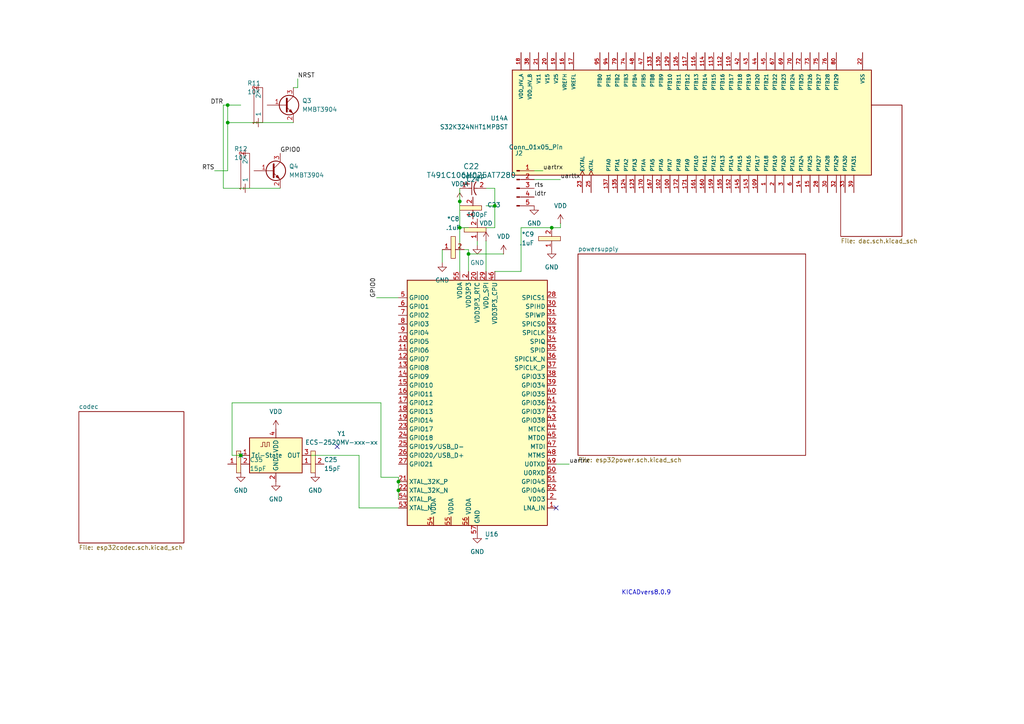
<source format=kicad_sch>
(kicad_sch
	(version 20231120)
	(generator "eeschema")
	(generator_version "8.0")
	(uuid "c4754426-a41b-4341-9d09-2e389619f3d6")
	(paper "A4")
	(lib_symbols
		(symbol "Connector:Conn_01x05_Pin"
			(pin_names
				(offset 1.016) hide)
			(exclude_from_sim no)
			(in_bom yes)
			(on_board yes)
			(property "Reference" "J"
				(at 0 7.62 0)
				(effects
					(font
						(size 1.27 1.27)
					)
				)
			)
			(property "Value" "Conn_01x05_Pin"
				(at 0 -7.62 0)
				(effects
					(font
						(size 1.27 1.27)
					)
				)
			)
			(property "Footprint" ""
				(at 0 0 0)
				(effects
					(font
						(size 1.27 1.27)
					)
					(hide yes)
				)
			)
			(property "Datasheet" "~"
				(at 0 0 0)
				(effects
					(font
						(size 1.27 1.27)
					)
					(hide yes)
				)
			)
			(property "Description" "Generic connector, single row, 01x05, script generated"
				(at 0 0 0)
				(effects
					(font
						(size 1.27 1.27)
					)
					(hide yes)
				)
			)
			(property "ki_locked" ""
				(at 0 0 0)
				(effects
					(font
						(size 1.27 1.27)
					)
				)
			)
			(property "ki_keywords" "connector"
				(at 0 0 0)
				(effects
					(font
						(size 1.27 1.27)
					)
					(hide yes)
				)
			)
			(property "ki_fp_filters" "Connector*:*_1x??_*"
				(at 0 0 0)
				(effects
					(font
						(size 1.27 1.27)
					)
					(hide yes)
				)
			)
			(symbol "Conn_01x05_Pin_1_1"
				(polyline
					(pts
						(xy 1.27 -5.08) (xy 0.8636 -5.08)
					)
					(stroke
						(width 0.1524)
						(type default)
					)
					(fill
						(type none)
					)
				)
				(polyline
					(pts
						(xy 1.27 -2.54) (xy 0.8636 -2.54)
					)
					(stroke
						(width 0.1524)
						(type default)
					)
					(fill
						(type none)
					)
				)
				(polyline
					(pts
						(xy 1.27 0) (xy 0.8636 0)
					)
					(stroke
						(width 0.1524)
						(type default)
					)
					(fill
						(type none)
					)
				)
				(polyline
					(pts
						(xy 1.27 2.54) (xy 0.8636 2.54)
					)
					(stroke
						(width 0.1524)
						(type default)
					)
					(fill
						(type none)
					)
				)
				(polyline
					(pts
						(xy 1.27 5.08) (xy 0.8636 5.08)
					)
					(stroke
						(width 0.1524)
						(type default)
					)
					(fill
						(type none)
					)
				)
				(rectangle
					(start 0.8636 -4.953)
					(end 0 -5.207)
					(stroke
						(width 0.1524)
						(type default)
					)
					(fill
						(type outline)
					)
				)
				(rectangle
					(start 0.8636 -2.413)
					(end 0 -2.667)
					(stroke
						(width 0.1524)
						(type default)
					)
					(fill
						(type outline)
					)
				)
				(rectangle
					(start 0.8636 0.127)
					(end 0 -0.127)
					(stroke
						(width 0.1524)
						(type default)
					)
					(fill
						(type outline)
					)
				)
				(rectangle
					(start 0.8636 2.667)
					(end 0 2.413)
					(stroke
						(width 0.1524)
						(type default)
					)
					(fill
						(type outline)
					)
				)
				(rectangle
					(start 0.8636 5.207)
					(end 0 4.953)
					(stroke
						(width 0.1524)
						(type default)
					)
					(fill
						(type outline)
					)
				)
				(pin passive line
					(at 5.08 5.08 180)
					(length 3.81)
					(name "Pin_1"
						(effects
							(font
								(size 1.27 1.27)
							)
						)
					)
					(number "1"
						(effects
							(font
								(size 1.27 1.27)
							)
						)
					)
				)
				(pin passive line
					(at 5.08 2.54 180)
					(length 3.81)
					(name "Pin_2"
						(effects
							(font
								(size 1.27 1.27)
							)
						)
					)
					(number "2"
						(effects
							(font
								(size 1.27 1.27)
							)
						)
					)
				)
				(pin passive line
					(at 5.08 0 180)
					(length 3.81)
					(name "Pin_3"
						(effects
							(font
								(size 1.27 1.27)
							)
						)
					)
					(number "3"
						(effects
							(font
								(size 1.27 1.27)
							)
						)
					)
				)
				(pin passive line
					(at 5.08 -2.54 180)
					(length 3.81)
					(name "Pin_4"
						(effects
							(font
								(size 1.27 1.27)
							)
						)
					)
					(number "4"
						(effects
							(font
								(size 1.27 1.27)
							)
						)
					)
				)
				(pin passive line
					(at 5.08 -5.08 180)
					(length 3.81)
					(name "Pin_5"
						(effects
							(font
								(size 1.27 1.27)
							)
						)
					)
					(number "5"
						(effects
							(font
								(size 1.27 1.27)
							)
						)
					)
				)
			)
		)
		(symbol "Oscillator:ECS-2520MV-xxx-xx"
			(exclude_from_sim no)
			(in_bom yes)
			(on_board yes)
			(property "Reference" "Y"
				(at -5.08 6.35 0)
				(effects
					(font
						(size 1.27 1.27)
					)
					(justify left)
				)
			)
			(property "Value" "ECS-2520MV-xxx-xx"
				(at 1.27 -6.35 0)
				(effects
					(font
						(size 1.27 1.27)
					)
					(justify left)
				)
			)
			(property "Footprint" "Oscillator:Oscillator_SMD_ECS_2520MV-xxx-xx-4Pin_2.5x2.0mm"
				(at 11.43 -8.89 0)
				(effects
					(font
						(size 1.27 1.27)
					)
					(hide yes)
				)
			)
			(property "Datasheet" "https://www.ecsxtal.com/store/pdf/ECS-2520MV.pdf"
				(at -4.445 3.175 0)
				(effects
					(font
						(size 1.27 1.27)
					)
					(hide yes)
				)
			)
			(property "Description" "HCMOS Crystal Clock Oscillator, 2.5x2.0 mm SMD"
				(at 0 0 0)
				(effects
					(font
						(size 1.27 1.27)
					)
					(hide yes)
				)
			)
			(property "ki_keywords" "Crystal Clock Oscillator ECS SMD"
				(at 0 0 0)
				(effects
					(font
						(size 1.27 1.27)
					)
					(hide yes)
				)
			)
			(property "ki_fp_filters" "Oscillator*SMD*ECS*2520MV*2.5x2.0mm*"
				(at 0 0 0)
				(effects
					(font
						(size 1.27 1.27)
					)
					(hide yes)
				)
			)
			(symbol "ECS-2520MV-xxx-xx_0_1"
				(rectangle
					(start -7.62 5.08)
					(end 7.62 -5.08)
					(stroke
						(width 0.254)
						(type default)
					)
					(fill
						(type background)
					)
				)
				(polyline
					(pts
						(xy -4.445 2.54) (xy -3.81 2.54) (xy -3.81 3.81) (xy -3.175 3.81) (xy -3.175 2.54) (xy -2.54 2.54)
						(xy -2.54 3.81) (xy -1.905 3.81) (xy -1.905 2.54)
					)
					(stroke
						(width 0)
						(type default)
					)
					(fill
						(type none)
					)
				)
			)
			(symbol "ECS-2520MV-xxx-xx_1_1"
				(pin input line
					(at -10.16 0 0)
					(length 2.54)
					(name "Tri-State"
						(effects
							(font
								(size 1.27 1.27)
							)
						)
					)
					(number "1"
						(effects
							(font
								(size 1.27 1.27)
							)
						)
					)
				)
				(pin power_in line
					(at 0 -7.62 90)
					(length 2.54)
					(name "GND"
						(effects
							(font
								(size 1.27 1.27)
							)
						)
					)
					(number "2"
						(effects
							(font
								(size 1.27 1.27)
							)
						)
					)
				)
				(pin output line
					(at 10.16 0 180)
					(length 2.54)
					(name "OUT"
						(effects
							(font
								(size 1.27 1.27)
							)
						)
					)
					(number "3"
						(effects
							(font
								(size 1.27 1.27)
							)
						)
					)
				)
				(pin power_in line
					(at 0 7.62 270)
					(length 2.54)
					(name "VDD"
						(effects
							(font
								(size 1.27 1.27)
							)
						)
					)
					(number "4"
						(effects
							(font
								(size 1.27 1.27)
							)
						)
					)
				)
			)
		)
		(symbol "Transistor_BJT:MMBT3904"
			(pin_names
				(offset 0) hide)
			(exclude_from_sim no)
			(in_bom yes)
			(on_board yes)
			(property "Reference" "Q"
				(at 5.08 1.905 0)
				(effects
					(font
						(size 1.27 1.27)
					)
					(justify left)
				)
			)
			(property "Value" "MMBT3904"
				(at 5.08 0 0)
				(effects
					(font
						(size 1.27 1.27)
					)
					(justify left)
				)
			)
			(property "Footprint" "Package_TO_SOT_SMD:SOT-23"
				(at 5.08 -1.905 0)
				(effects
					(font
						(size 1.27 1.27)
						(italic yes)
					)
					(justify left)
					(hide yes)
				)
			)
			(property "Datasheet" "https://www.onsemi.com/pdf/datasheet/pzt3904-d.pdf"
				(at 0 0 0)
				(effects
					(font
						(size 1.27 1.27)
					)
					(justify left)
					(hide yes)
				)
			)
			(property "Description" "0.2A Ic, 40V Vce, Small Signal NPN Transistor, SOT-23"
				(at 0 0 0)
				(effects
					(font
						(size 1.27 1.27)
					)
					(hide yes)
				)
			)
			(property "ki_keywords" "NPN Transistor"
				(at 0 0 0)
				(effects
					(font
						(size 1.27 1.27)
					)
					(hide yes)
				)
			)
			(property "ki_fp_filters" "SOT?23*"
				(at 0 0 0)
				(effects
					(font
						(size 1.27 1.27)
					)
					(hide yes)
				)
			)
			(symbol "MMBT3904_0_1"
				(polyline
					(pts
						(xy 0.635 0.635) (xy 2.54 2.54)
					)
					(stroke
						(width 0)
						(type default)
					)
					(fill
						(type none)
					)
				)
				(polyline
					(pts
						(xy 0.635 -0.635) (xy 2.54 -2.54) (xy 2.54 -2.54)
					)
					(stroke
						(width 0)
						(type default)
					)
					(fill
						(type none)
					)
				)
				(polyline
					(pts
						(xy 0.635 1.905) (xy 0.635 -1.905) (xy 0.635 -1.905)
					)
					(stroke
						(width 0.508)
						(type default)
					)
					(fill
						(type none)
					)
				)
				(polyline
					(pts
						(xy 1.27 -1.778) (xy 1.778 -1.27) (xy 2.286 -2.286) (xy 1.27 -1.778) (xy 1.27 -1.778)
					)
					(stroke
						(width 0)
						(type default)
					)
					(fill
						(type outline)
					)
				)
				(circle
					(center 1.27 0)
					(radius 2.8194)
					(stroke
						(width 0.254)
						(type default)
					)
					(fill
						(type none)
					)
				)
			)
			(symbol "MMBT3904_1_1"
				(pin input line
					(at -5.08 0 0)
					(length 5.715)
					(name "B"
						(effects
							(font
								(size 1.27 1.27)
							)
						)
					)
					(number "1"
						(effects
							(font
								(size 1.27 1.27)
							)
						)
					)
				)
				(pin passive line
					(at 2.54 -5.08 90)
					(length 2.54)
					(name "E"
						(effects
							(font
								(size 1.27 1.27)
							)
						)
					)
					(number "2"
						(effects
							(font
								(size 1.27 1.27)
							)
						)
					)
				)
				(pin passive line
					(at 2.54 5.08 270)
					(length 2.54)
					(name "C"
						(effects
							(font
								(size 1.27 1.27)
							)
						)
					)
					(number "3"
						(effects
							(font
								(size 1.27 1.27)
							)
						)
					)
				)
			)
		)
		(symbol "common:CerCap"
			(exclude_from_sim no)
			(in_bom yes)
			(on_board yes)
			(property "Reference" "*C"
				(at 0 0 0)
				(effects
					(font
						(size 1.27 1.27)
					)
				)
			)
			(property "Value" ""
				(at 0 0 0)
				(effects
					(font
						(size 1.27 1.27)
					)
				)
			)
			(property "Footprint" "commonfootprint:Ceramic0603"
				(at 0 6.858 0)
				(effects
					(font
						(size 1.27 1.27)
					)
					(hide yes)
				)
			)
			(property "Datasheet" ""
				(at 0 0 0)
				(effects
					(font
						(size 1.27 1.27)
					)
					(hide yes)
				)
			)
			(property "Description" ""
				(at 0 0 0)
				(effects
					(font
						(size 1.27 1.27)
					)
					(hide yes)
				)
			)
			(symbol "CerCap_1_1"
				(rectangle
					(start -1.27 3.81)
					(end 0 -2.54)
					(stroke
						(width 0)
						(type default)
					)
					(fill
						(type background)
					)
				)
				(pin passive line
					(at -3.81 0 0)
					(length 2.54)
					(name ""
						(effects
							(font
								(size 1.27 1.27)
							)
						)
					)
					(number "1"
						(effects
							(font
								(size 1.27 1.27)
							)
						)
					)
				)
				(pin passive line
					(at 2.54 0 180)
					(length 2.54)
					(name ""
						(effects
							(font
								(size 1.27 1.27)
							)
						)
					)
					(number "2"
						(effects
							(font
								(size 1.27 1.27)
							)
						)
					)
				)
			)
		)
		(symbol "common:ESP32S3Bruce"
			(exclude_from_sim no)
			(in_bom yes)
			(on_board yes)
			(property "Reference" "U"
				(at 0 0 0)
				(effects
					(font
						(size 1.27 1.27)
					)
				)
			)
			(property "Value" ""
				(at 0 0 0)
				(effects
					(font
						(size 1.27 1.27)
					)
				)
			)
			(property "Footprint" ""
				(at 0 0 0)
				(effects
					(font
						(size 1.27 1.27)
					)
					(hide yes)
				)
			)
			(property "Datasheet" ""
				(at 0 0 0)
				(effects
					(font
						(size 1.27 1.27)
					)
					(hide yes)
				)
			)
			(property "Description" ""
				(at 0 0 0)
				(effects
					(font
						(size 1.27 1.27)
					)
					(hide yes)
				)
			)
			(property "ki_keywords" "ESP32S3"
				(at 0 0 0)
				(effects
					(font
						(size 1.27 1.27)
					)
					(hide yes)
				)
			)
			(symbol "ESP32S3Bruce_0_1"
				(rectangle
					(start -106.68 60.96)
					(end -66.04 -10.16)
					(stroke
						(width 0.254)
						(type default)
					)
					(fill
						(type background)
					)
				)
			)
			(symbol "ESP32S3Bruce_1_0"
				(pin bidirectional line
					(at -63.5 38.1 180)
					(length 2.54)
					(name "SPICLK_N"
						(effects
							(font
								(size 1.27 1.27)
							)
						)
					)
					(number "36"
						(effects
							(font
								(size 1.27 1.27)
							)
						)
					)
				)
				(pin bidirectional line
					(at -63.5 15.24 180)
					(length 2.54)
					(name "MTDO"
						(effects
							(font
								(size 1.27 1.27)
							)
						)
					)
					(number "45"
						(effects
							(font
								(size 1.27 1.27)
							)
						)
					)
				)
				(pin bidirectional line
					(at -63.5 2.54 180)
					(length 2.54)
					(name "GPIO45"
						(effects
							(font
								(size 1.27 1.27)
							)
						)
					)
					(number "51"
						(effects
							(font
								(size 1.27 1.27)
							)
						)
					)
				)
				(pin passive line
					(at -91.44 63.5 270)
					(length 2.54) hide
					(name "VDDA"
						(effects
							(font
								(size 1.27 1.27)
							)
						)
					)
					(number "56"
						(effects
							(font
								(size 1.27 1.27)
							)
						)
					)
				)
			)
			(symbol "ESP32S3Bruce_1_1"
				(pin bidirectional line
					(at -63.5 -5.08 180)
					(length 2.54)
					(name "LNA_IN"
						(effects
							(font
								(size 1.27 1.27)
							)
						)
					)
					(number "1"
						(effects
							(font
								(size 1.27 1.27)
							)
						)
					)
				)
				(pin bidirectional line
					(at -109.22 43.18 0)
					(length 2.54)
					(name "GPIO5"
						(effects
							(font
								(size 1.27 1.27)
							)
						)
					)
					(number "10"
						(effects
							(font
								(size 1.27 1.27)
							)
						)
					)
				)
				(pin bidirectional line
					(at -109.22 40.64 0)
					(length 2.54)
					(name "GPIO6"
						(effects
							(font
								(size 1.27 1.27)
							)
						)
					)
					(number "11"
						(effects
							(font
								(size 1.27 1.27)
							)
						)
					)
				)
				(pin bidirectional line
					(at -109.22 38.1 0)
					(length 2.54)
					(name "GPIO7"
						(effects
							(font
								(size 1.27 1.27)
							)
						)
					)
					(number "12"
						(effects
							(font
								(size 1.27 1.27)
							)
						)
					)
				)
				(pin bidirectional line
					(at -109.22 35.56 0)
					(length 2.54)
					(name "GPIO8"
						(effects
							(font
								(size 1.27 1.27)
							)
						)
					)
					(number "13"
						(effects
							(font
								(size 1.27 1.27)
							)
						)
					)
				)
				(pin bidirectional line
					(at -109.22 33.02 0)
					(length 2.54)
					(name "GPIO9"
						(effects
							(font
								(size 1.27 1.27)
							)
						)
					)
					(number "14"
						(effects
							(font
								(size 1.27 1.27)
							)
						)
					)
				)
				(pin bidirectional line
					(at -109.22 30.48 0)
					(length 2.54)
					(name "GPIO10"
						(effects
							(font
								(size 1.27 1.27)
							)
						)
					)
					(number "15"
						(effects
							(font
								(size 1.27 1.27)
							)
						)
					)
				)
				(pin bidirectional line
					(at -109.22 27.94 0)
					(length 2.54)
					(name "GPIO11"
						(effects
							(font
								(size 1.27 1.27)
							)
						)
					)
					(number "16"
						(effects
							(font
								(size 1.27 1.27)
							)
						)
					)
				)
				(pin bidirectional line
					(at -109.22 25.4 0)
					(length 2.54)
					(name "GPIO12"
						(effects
							(font
								(size 1.27 1.27)
							)
						)
					)
					(number "17"
						(effects
							(font
								(size 1.27 1.27)
							)
						)
					)
				)
				(pin bidirectional line
					(at -109.22 22.86 0)
					(length 2.54)
					(name "GPIO13"
						(effects
							(font
								(size 1.27 1.27)
							)
						)
					)
					(number "18"
						(effects
							(font
								(size 1.27 1.27)
							)
						)
					)
				)
				(pin bidirectional line
					(at -109.22 20.32 0)
					(length 2.54)
					(name "GPIO14"
						(effects
							(font
								(size 1.27 1.27)
							)
						)
					)
					(number "19"
						(effects
							(font
								(size 1.27 1.27)
							)
						)
					)
				)
				(pin power_in line
					(at -63.5 -2.54 180)
					(length 2.54)
					(name "VDD3"
						(effects
							(font
								(size 1.27 1.27)
							)
						)
					)
					(number "2"
						(effects
							(font
								(size 1.27 1.27)
							)
						)
					)
				)
				(pin power_in line
					(at -88.9 63.5 270)
					(length 2.54)
					(name "VDD3P3"
						(effects
							(font
								(size 1.27 1.27)
							)
						)
					)
					(number "2"
						(effects
							(font
								(size 1.27 1.27)
							)
						)
					)
				)
				(pin power_in line
					(at -86.36 63.5 270)
					(length 2.54)
					(name "VDD3P3_RTC"
						(effects
							(font
								(size 1.27 1.27)
							)
						)
					)
					(number "20"
						(effects
							(font
								(size 1.27 1.27)
							)
						)
					)
				)
				(pin passive line
					(at -109.22 2.54 0)
					(length 2.54)
					(name "XTAL_32K_P"
						(effects
							(font
								(size 1.27 1.27)
							)
						)
					)
					(number "21"
						(effects
							(font
								(size 1.27 1.27)
							)
						)
					)
				)
				(pin passive line
					(at -109.22 0 0)
					(length 2.54)
					(name "XTAL_32K_N"
						(effects
							(font
								(size 1.27 1.27)
							)
						)
					)
					(number "22"
						(effects
							(font
								(size 1.27 1.27)
							)
						)
					)
				)
				(pin bidirectional line
					(at -109.22 17.78 0)
					(length 2.54)
					(name "GPIO17"
						(effects
							(font
								(size 1.27 1.27)
							)
						)
					)
					(number "23"
						(effects
							(font
								(size 1.27 1.27)
							)
						)
					)
				)
				(pin bidirectional line
					(at -109.22 15.24 0)
					(length 2.54)
					(name "GPIO18"
						(effects
							(font
								(size 1.27 1.27)
							)
						)
					)
					(number "24"
						(effects
							(font
								(size 1.27 1.27)
							)
						)
					)
				)
				(pin bidirectional line
					(at -109.22 12.7 0)
					(length 2.54)
					(name "GPIO19/USB_D-"
						(effects
							(font
								(size 1.27 1.27)
							)
						)
					)
					(number "25"
						(effects
							(font
								(size 1.27 1.27)
							)
						)
					)
				)
				(pin bidirectional line
					(at -109.22 10.16 0)
					(length 2.54)
					(name "GPIO20/USB_D+"
						(effects
							(font
								(size 1.27 1.27)
							)
						)
					)
					(number "26"
						(effects
							(font
								(size 1.27 1.27)
							)
						)
					)
				)
				(pin bidirectional line
					(at -109.22 7.62 0)
					(length 2.54)
					(name "GPIO21"
						(effects
							(font
								(size 1.27 1.27)
							)
						)
					)
					(number "27"
						(effects
							(font
								(size 1.27 1.27)
							)
						)
					)
				)
				(pin bidirectional line
					(at -63.5 55.88 180)
					(length 2.54)
					(name "SPICS1"
						(effects
							(font
								(size 1.27 1.27)
							)
						)
					)
					(number "28"
						(effects
							(font
								(size 1.27 1.27)
							)
						)
					)
				)
				(pin power_in line
					(at -83.82 63.5 270)
					(length 2.54)
					(name "VDD_SPI"
						(effects
							(font
								(size 1.27 1.27)
							)
						)
					)
					(number "29"
						(effects
							(font
								(size 1.27 1.27)
							)
						)
					)
				)
				(pin passive line
					(at -88.9 63.5 270)
					(length 2.54) hide
					(name "VDD3P3"
						(effects
							(font
								(size 1.27 1.27)
							)
						)
					)
					(number "3"
						(effects
							(font
								(size 1.27 1.27)
							)
						)
					)
				)
				(pin bidirectional line
					(at -63.5 53.34 180)
					(length 2.54)
					(name "SPIHD"
						(effects
							(font
								(size 1.27 1.27)
							)
						)
					)
					(number "30"
						(effects
							(font
								(size 1.27 1.27)
							)
						)
					)
				)
				(pin bidirectional line
					(at -63.5 50.8 180)
					(length 2.54)
					(name "SPIWP"
						(effects
							(font
								(size 1.27 1.27)
							)
						)
					)
					(number "31"
						(effects
							(font
								(size 1.27 1.27)
							)
						)
					)
				)
				(pin bidirectional line
					(at -63.5 48.26 180)
					(length 2.54)
					(name "SPICS0"
						(effects
							(font
								(size 1.27 1.27)
							)
						)
					)
					(number "32"
						(effects
							(font
								(size 1.27 1.27)
							)
						)
					)
				)
				(pin bidirectional line
					(at -63.5 45.72 180)
					(length 2.54)
					(name "SPICLK"
						(effects
							(font
								(size 1.27 1.27)
							)
						)
					)
					(number "33"
						(effects
							(font
								(size 1.27 1.27)
							)
						)
					)
				)
				(pin bidirectional line
					(at -63.5 43.18 180)
					(length 2.54)
					(name "SPIQ"
						(effects
							(font
								(size 1.27 1.27)
							)
						)
					)
					(number "34"
						(effects
							(font
								(size 1.27 1.27)
							)
						)
					)
				)
				(pin bidirectional line
					(at -63.5 40.64 180)
					(length 2.54)
					(name "SPID"
						(effects
							(font
								(size 1.27 1.27)
							)
						)
					)
					(number "35"
						(effects
							(font
								(size 1.27 1.27)
							)
						)
					)
				)
				(pin bidirectional line
					(at -63.5 35.56 180)
					(length 2.54)
					(name "SPICLK_P"
						(effects
							(font
								(size 1.27 1.27)
							)
						)
					)
					(number "37"
						(effects
							(font
								(size 1.27 1.27)
							)
						)
					)
				)
				(pin bidirectional line
					(at -63.5 33.02 180)
					(length 2.54)
					(name "GPIO33"
						(effects
							(font
								(size 1.27 1.27)
							)
						)
					)
					(number "38"
						(effects
							(font
								(size 1.27 1.27)
							)
						)
					)
				)
				(pin bidirectional line
					(at -63.5 30.48 180)
					(length 2.54)
					(name "GPIO34"
						(effects
							(font
								(size 1.27 1.27)
							)
						)
					)
					(number "39"
						(effects
							(font
								(size 1.27 1.27)
							)
						)
					)
				)
				(pin bidirectional line
					(at -63.5 27.94 180)
					(length 2.54)
					(name "GPIO35"
						(effects
							(font
								(size 1.27 1.27)
							)
						)
					)
					(number "40"
						(effects
							(font
								(size 1.27 1.27)
							)
						)
					)
				)
				(pin bidirectional line
					(at -63.5 25.4 180)
					(length 2.54)
					(name "GPIO36"
						(effects
							(font
								(size 1.27 1.27)
							)
						)
					)
					(number "41"
						(effects
							(font
								(size 1.27 1.27)
							)
						)
					)
				)
				(pin bidirectional line
					(at -63.5 22.86 180)
					(length 2.54)
					(name "GPIO37"
						(effects
							(font
								(size 1.27 1.27)
							)
						)
					)
					(number "42"
						(effects
							(font
								(size 1.27 1.27)
							)
						)
					)
				)
				(pin bidirectional line
					(at -63.5 20.32 180)
					(length 2.54)
					(name "GPIO38"
						(effects
							(font
								(size 1.27 1.27)
							)
						)
					)
					(number "43"
						(effects
							(font
								(size 1.27 1.27)
							)
						)
					)
				)
				(pin bidirectional line
					(at -63.5 17.78 180)
					(length 2.54)
					(name "MTCK"
						(effects
							(font
								(size 1.27 1.27)
							)
						)
					)
					(number "44"
						(effects
							(font
								(size 1.27 1.27)
							)
						)
					)
				)
				(pin power_in line
					(at -81.28 63.5 270)
					(length 2.54)
					(name "VDD3P3_CPU"
						(effects
							(font
								(size 1.27 1.27)
							)
						)
					)
					(number "46"
						(effects
							(font
								(size 1.27 1.27)
							)
						)
					)
				)
				(pin bidirectional line
					(at -63.5 12.7 180)
					(length 2.54)
					(name "MTDI"
						(effects
							(font
								(size 1.27 1.27)
							)
						)
					)
					(number "47"
						(effects
							(font
								(size 1.27 1.27)
							)
						)
					)
				)
				(pin bidirectional line
					(at -63.5 10.16 180)
					(length 2.54)
					(name "MTMS"
						(effects
							(font
								(size 1.27 1.27)
							)
						)
					)
					(number "48"
						(effects
							(font
								(size 1.27 1.27)
							)
						)
					)
				)
				(pin bidirectional line
					(at -63.5 7.62 180)
					(length 2.54)
					(name "U0TXD"
						(effects
							(font
								(size 1.27 1.27)
							)
						)
					)
					(number "49"
						(effects
							(font
								(size 1.27 1.27)
							)
						)
					)
				)
				(pin bidirectional line
					(at -109.22 55.88 0)
					(length 2.54)
					(name "GPIO0"
						(effects
							(font
								(size 1.27 1.27)
							)
						)
					)
					(number "5"
						(effects
							(font
								(size 1.27 1.27)
							)
						)
					)
				)
				(pin bidirectional line
					(at -63.5 5.08 180)
					(length 2.54)
					(name "U0RXD"
						(effects
							(font
								(size 1.27 1.27)
							)
						)
					)
					(number "50"
						(effects
							(font
								(size 1.27 1.27)
							)
						)
					)
				)
				(pin bidirectional line
					(at -63.5 0 180)
					(length 2.54)
					(name "GPIO46"
						(effects
							(font
								(size 1.27 1.27)
							)
						)
					)
					(number "52"
						(effects
							(font
								(size 1.27 1.27)
							)
						)
					)
				)
				(pin output line
					(at -109.22 -5.08 0)
					(length 2.54)
					(name "XTAL_N"
						(effects
							(font
								(size 1.27 1.27)
							)
						)
					)
					(number "53"
						(effects
							(font
								(size 1.27 1.27)
							)
						)
					)
				)
				(pin power_in line
					(at -99.06 -10.16 90)
					(length 2.54)
					(name "VDDA"
						(effects
							(font
								(size 1.27 1.27)
							)
						)
					)
					(number "54"
						(effects
							(font
								(size 1.27 1.27)
							)
						)
					)
				)
				(pin input line
					(at -109.22 -2.54 0)
					(length 2.54)
					(name "XTAL_P"
						(effects
							(font
								(size 1.27 1.27)
							)
						)
					)
					(number "54"
						(effects
							(font
								(size 1.27 1.27)
							)
						)
					)
				)
				(pin power_in line
					(at -93.98 -10.16 90)
					(length 2.54)
					(name "VDDA"
						(effects
							(font
								(size 1.27 1.27)
							)
						)
					)
					(number "55"
						(effects
							(font
								(size 1.27 1.27)
							)
						)
					)
				)
				(pin power_in line
					(at -91.44 63.5 270)
					(length 2.54)
					(name "VDDA"
						(effects
							(font
								(size 1.27 1.27)
							)
						)
					)
					(number "55"
						(effects
							(font
								(size 1.27 1.27)
							)
						)
					)
				)
				(pin power_in line
					(at -88.9 -10.16 90)
					(length 2.54)
					(name "VDDA"
						(effects
							(font
								(size 1.27 1.27)
							)
						)
					)
					(number "56"
						(effects
							(font
								(size 1.27 1.27)
							)
						)
					)
				)
				(pin power_in line
					(at -86.36 -12.7 90)
					(length 2.54)
					(name "GND"
						(effects
							(font
								(size 1.27 1.27)
							)
						)
					)
					(number "57"
						(effects
							(font
								(size 1.27 1.27)
							)
						)
					)
				)
				(pin bidirectional line
					(at -109.22 53.34 0)
					(length 2.54)
					(name "GPIO1"
						(effects
							(font
								(size 1.27 1.27)
							)
						)
					)
					(number "6"
						(effects
							(font
								(size 1.27 1.27)
							)
						)
					)
				)
				(pin bidirectional line
					(at -109.22 50.8 0)
					(length 2.54)
					(name "GPIO2"
						(effects
							(font
								(size 1.27 1.27)
							)
						)
					)
					(number "7"
						(effects
							(font
								(size 1.27 1.27)
							)
						)
					)
				)
				(pin bidirectional line
					(at -109.22 48.26 0)
					(length 2.54)
					(name "GPIO3"
						(effects
							(font
								(size 1.27 1.27)
							)
						)
					)
					(number "8"
						(effects
							(font
								(size 1.27 1.27)
							)
						)
					)
				)
				(pin bidirectional line
					(at -109.22 45.72 0)
					(length 2.54)
					(name "GPIO4"
						(effects
							(font
								(size 1.27 1.27)
							)
						)
					)
					(number "9"
						(effects
							(font
								(size 1.27 1.27)
							)
						)
					)
				)
			)
		)
		(symbol "common:R"
			(exclude_from_sim no)
			(in_bom yes)
			(on_board yes)
			(property "Reference" "R*"
				(at 0 0 0)
				(effects
					(font
						(size 1.27 1.27)
					)
				)
			)
			(property "Value" ""
				(at 0 0 0)
				(effects
					(font
						(size 1.27 1.27)
					)
				)
			)
			(property "Footprint" "commonfootprint:Modcan0603"
				(at 0 0 0)
				(effects
					(font
						(size 1.27 1.27)
					)
					(hide yes)
				)
			)
			(property "Datasheet" ""
				(at 0 0 0)
				(effects
					(font
						(size 1.27 1.27)
					)
					(hide yes)
				)
			)
			(property "Description" ""
				(at 0 0 0)
				(effects
					(font
						(size 1.27 1.27)
					)
					(hide yes)
				)
			)
			(symbol "R_0_1"
				(rectangle
					(start -5.08 0)
					(end 5.08 -2.54)
					(stroke
						(width 0)
						(type default)
					)
					(fill
						(type none)
					)
				)
			)
			(symbol "R_1_1"
				(pin passive line
					(at -6.35 -1.27 0)
					(length 2.54)
					(name "1"
						(effects
							(font
								(size 1.27 1.27)
							)
						)
					)
					(number "1"
						(effects
							(font
								(size 1.27 1.27)
							)
						)
					)
				)
				(pin passive line
					(at 6.35 -1.27 180)
					(length 2.54)
					(name "2"
						(effects
							(font
								(size 1.27 1.27)
							)
						)
					)
					(number "2"
						(effects
							(font
								(size 1.27 1.27)
							)
						)
					)
				)
			)
		)
		(symbol "common:S32K324NHT1MPBST"
			(pin_names
				(offset 1.016)
			)
			(exclude_from_sim no)
			(in_bom yes)
			(on_board yes)
			(property "Reference" "U"
				(at -15.24 54.61 0)
				(effects
					(font
						(size 1.27 1.27)
					)
					(justify left bottom)
				)
			)
			(property "Value" "S32K324NHT1MPBST"
				(at -15.24 -52.07 0)
				(effects
					(font
						(size 1.27 1.27)
					)
					(justify left top)
				)
			)
			(property "Footprint" "commonfootprint:IC_S32K324NHT1MPBST"
				(at 0 0 0)
				(effects
					(font
						(size 1.27 1.27)
					)
					(justify bottom)
					(hide yes)
				)
			)
			(property "Datasheet" ""
				(at 0 0 0)
				(effects
					(font
						(size 1.27 1.27)
					)
					(hide yes)
				)
			)
			(property "Description" ""
				(at 0 0 0)
				(effects
					(font
						(size 1.27 1.27)
					)
					(hide yes)
				)
			)
			(property "MF" "NXP Semiconductors"
				(at 0 0 0)
				(effects
					(font
						(size 1.27 1.27)
					)
					(justify bottom)
					(hide yes)
				)
			)
			(property "MAXIMUM_PACKAGE_HEIGHT" "1.65 mm"
				(at 0 0 0)
				(effects
					(font
						(size 1.27 1.27)
					)
					(justify bottom)
					(hide yes)
				)
			)
			(property "Package" "QFP-172 NXP"
				(at 0 0 0)
				(effects
					(font
						(size 1.27 1.27)
					)
					(justify bottom)
					(hide yes)
				)
			)
			(property "Price" "None"
				(at 0 0 0)
				(effects
					(font
						(size 1.27 1.27)
					)
					(justify bottom)
					(hide yes)
				)
			)
			(property "Check_prices" "https://www.snapeda.com/parts/S32K324NHT1MPBST/NXP+Semiconductors/view-part/?ref=eda"
				(at 0 0 0)
				(effects
					(font
						(size 1.27 1.27)
					)
					(justify bottom)
					(hide yes)
				)
			)
			(property "STANDARD" "Manufacturer Recommendations"
				(at 0 0 0)
				(effects
					(font
						(size 1.27 1.27)
					)
					(justify bottom)
					(hide yes)
				)
			)
			(property "PARTREV" "7"
				(at 0 0 0)
				(effects
					(font
						(size 1.27 1.27)
					)
					(justify bottom)
					(hide yes)
				)
			)
			(property "SnapEDA_Link" "https://www.snapeda.com/parts/S32K324NHT1MPBST/NXP+Semiconductors/view-part/?ref=snap"
				(at 0 0 0)
				(effects
					(font
						(size 1.27 1.27)
					)
					(justify bottom)
					(hide yes)
				)
			)
			(property "MP" "S32K324NHT1MPBST"
				(at 0 0 0)
				(effects
					(font
						(size 1.27 1.27)
					)
					(justify bottom)
					(hide yes)
				)
			)
			(property "Description_1" "\n                        \n                            ARM® Cortex®-M7 Automotive, AEC-Q100, S32K3 Microcontroller IC 32-Bit Dual-Core 160MHz 4MB (4M x 8) FLASH 172-QFP (16x16)\n                        \n"
				(at 0 0 0)
				(effects
					(font
						(size 1.27 1.27)
					)
					(justify bottom)
					(hide yes)
				)
			)
			(property "SNAPEDA_PN" "121580"
				(at 0 0 0)
				(effects
					(font
						(size 1.27 1.27)
					)
					(justify bottom)
					(hide yes)
				)
			)
			(property "Availability" "In Stock"
				(at 0 0 0)
				(effects
					(font
						(size 1.27 1.27)
					)
					(justify bottom)
					(hide yes)
				)
			)
			(property "MANUFACTURER" "NXP Semiconductors"
				(at 0 0 0)
				(effects
					(font
						(size 1.27 1.27)
					)
					(justify bottom)
					(hide yes)
				)
			)
			(property "ki_keywords" "stm32F413"
				(at 0 0 0)
				(effects
					(font
						(size 1.27 1.27)
					)
					(hide yes)
				)
			)
			(symbol "S32K324NHT1MPBST_1_0"
				(rectangle
					(start -15.24 -50.8)
					(end 15.24 53.34)
					(stroke
						(width 0.254)
						(type default)
					)
					(fill
						(type background)
					)
				)
				(pin bidirectional line
					(at -20.32 -20.32 0)
					(length 5.08)
					(name "PTA18"
						(effects
							(font
								(size 1.016 1.016)
							)
						)
					)
					(number "1"
						(effects
							(font
								(size 1.016 1.016)
							)
						)
					)
				)
				(pin bidirectional line
					(at -20.32 7.62 0)
					(length 5.08)
					(name "PTA7"
						(effects
							(font
								(size 1.016 1.016)
							)
						)
					)
					(number "100"
						(effects
							(font
								(size 1.016 1.016)
							)
						)
					)
				)
				(pin bidirectional line
					(at -20.32 10.16 0)
					(length 5.08)
					(name "PTA6"
						(effects
							(font
								(size 1.016 1.016)
							)
						)
					)
					(number "102"
						(effects
							(font
								(size 1.016 1.016)
							)
						)
					)
				)
				(pin power_in line
					(at 20.32 43.18 180)
					(length 5.08) hide
					(name "V15"
						(effects
							(font
								(size 1.016 1.016)
							)
						)
					)
					(number "105"
						(effects
							(font
								(size 1.016 1.016)
							)
						)
					)
				)
				(pin power_in line
					(at 20.32 45.72 180)
					(length 5.08) hide
					(name "V11"
						(effects
							(font
								(size 1.016 1.016)
							)
						)
					)
					(number "106"
						(effects
							(font
								(size 1.016 1.016)
							)
						)
					)
				)
				(pin power_in line
					(at 20.32 -48.26 180)
					(length 5.08) hide
					(name "VSS"
						(effects
							(font
								(size 1.016 1.016)
							)
						)
					)
					(number "107"
						(effects
							(font
								(size 1.016 1.016)
							)
						)
					)
				)
				(pin power_in line
					(at 20.32 50.8 180)
					(length 5.08) hide
					(name "VDD_HV_A"
						(effects
							(font
								(size 1.016 1.016)
							)
						)
					)
					(number "108"
						(effects
							(font
								(size 1.016 1.016)
							)
						)
					)
				)
				(pin bidirectional line
					(at -20.32 -17.78 0)
					(length 5.08)
					(name "PTA17"
						(effects
							(font
								(size 1.016 1.016)
							)
						)
					)
					(number "109"
						(effects
							(font
								(size 1.016 1.016)
							)
						)
					)
				)
				(pin bidirectional line
					(at 20.32 -10.16 180)
					(length 5.08)
					(name "PTB17"
						(effects
							(font
								(size 1.016 1.016)
							)
						)
					)
					(number "110"
						(effects
							(font
								(size 1.016 1.016)
							)
						)
					)
				)
				(pin bidirectional line
					(at 20.32 -7.62 180)
					(length 5.08)
					(name "PTB16"
						(effects
							(font
								(size 1.016 1.016)
							)
						)
					)
					(number "112"
						(effects
							(font
								(size 1.016 1.016)
							)
						)
					)
				)
				(pin bidirectional line
					(at 20.32 -5.08 180)
					(length 5.08)
					(name "PTB15"
						(effects
							(font
								(size 1.016 1.016)
							)
						)
					)
					(number "113"
						(effects
							(font
								(size 1.016 1.016)
							)
						)
					)
				)
				(pin bidirectional line
					(at 20.32 -2.54 180)
					(length 5.08)
					(name "PTB14"
						(effects
							(font
								(size 1.016 1.016)
							)
						)
					)
					(number "114"
						(effects
							(font
								(size 1.016 1.016)
							)
						)
					)
				)
				(pin bidirectional line
					(at 20.32 0 180)
					(length 5.08)
					(name "PTB13"
						(effects
							(font
								(size 1.016 1.016)
							)
						)
					)
					(number "116"
						(effects
							(font
								(size 1.016 1.016)
							)
						)
					)
				)
				(pin bidirectional line
					(at 20.32 2.54 180)
					(length 5.08)
					(name "PTB12"
						(effects
							(font
								(size 1.016 1.016)
							)
						)
					)
					(number "117"
						(effects
							(font
								(size 1.016 1.016)
							)
						)
					)
				)
				(pin bidirectional line
					(at -20.32 17.78 0)
					(length 5.08)
					(name "PTA3"
						(effects
							(font
								(size 1.016 1.016)
							)
						)
					)
					(number "123"
						(effects
							(font
								(size 1.016 1.016)
							)
						)
					)
				)
				(pin bidirectional line
					(at -20.32 20.32 0)
					(length 5.08)
					(name "PTA2"
						(effects
							(font
								(size 1.016 1.016)
							)
						)
					)
					(number "124"
						(effects
							(font
								(size 1.016 1.016)
							)
						)
					)
				)
				(pin bidirectional line
					(at 20.32 5.08 180)
					(length 5.08)
					(name "PTB11"
						(effects
							(font
								(size 1.016 1.016)
							)
						)
					)
					(number "126"
						(effects
							(font
								(size 1.016 1.016)
							)
						)
					)
				)
				(pin power_in line
					(at 20.32 -48.26 180)
					(length 5.08) hide
					(name "VSS"
						(effects
							(font
								(size 1.016 1.016)
							)
						)
					)
					(number "127"
						(effects
							(font
								(size 1.016 1.016)
							)
						)
					)
				)
				(pin power_in line
					(at 20.32 50.8 180)
					(length 5.08) hide
					(name "VDD_HV_A"
						(effects
							(font
								(size 1.016 1.016)
							)
						)
					)
					(number "128"
						(effects
							(font
								(size 1.016 1.016)
							)
						)
					)
				)
				(pin bidirectional line
					(at 20.32 7.62 180)
					(length 5.08)
					(name "PTB10"
						(effects
							(font
								(size 1.016 1.016)
							)
						)
					)
					(number "129"
						(effects
							(font
								(size 1.016 1.016)
							)
						)
					)
				)
				(pin bidirectional line
					(at 20.32 10.16 180)
					(length 5.08)
					(name "PTB9"
						(effects
							(font
								(size 1.016 1.016)
							)
						)
					)
					(number "130"
						(effects
							(font
								(size 1.016 1.016)
							)
						)
					)
				)
				(pin bidirectional line
					(at 20.32 12.7 180)
					(length 5.08)
					(name "PTB8"
						(effects
							(font
								(size 1.016 1.016)
							)
						)
					)
					(number "133"
						(effects
							(font
								(size 1.016 1.016)
							)
						)
					)
				)
				(pin bidirectional line
					(at -20.32 22.86 0)
					(length 5.08)
					(name "PTA1"
						(effects
							(font
								(size 1.016 1.016)
							)
						)
					)
					(number "135"
						(effects
							(font
								(size 1.016 1.016)
							)
						)
					)
				)
				(pin bidirectional line
					(at -20.32 25.4 0)
					(length 5.08)
					(name "PTA0"
						(effects
							(font
								(size 1.016 1.016)
							)
						)
					)
					(number "137"
						(effects
							(font
								(size 1.016 1.016)
							)
						)
					)
				)
				(pin input line
					(at -20.32 -30.48 0)
					(length 5.08)
					(name "PTA24"
						(effects
							(font
								(size 1.016 1.016)
							)
						)
					)
					(number "14"
						(effects
							(font
								(size 1.016 1.016)
							)
						)
					)
				)
				(pin bidirectional line
					(at -20.32 -15.24 0)
					(length 5.08)
					(name "PTA16"
						(effects
							(font
								(size 1.016 1.016)
							)
						)
					)
					(number "143"
						(effects
							(font
								(size 1.016 1.016)
							)
						)
					)
				)
				(pin bidirectional line
					(at -20.32 -12.7 0)
					(length 5.08)
					(name "PTA15"
						(effects
							(font
								(size 1.016 1.016)
							)
						)
					)
					(number "145"
						(effects
							(font
								(size 1.016 1.016)
							)
						)
					)
				)
				(pin power_in line
					(at 20.32 43.18 180)
					(length 5.08) hide
					(name "V15"
						(effects
							(font
								(size 1.016 1.016)
							)
						)
					)
					(number "148"
						(effects
							(font
								(size 1.016 1.016)
							)
						)
					)
				)
				(pin power_in line
					(at 20.32 45.72 180)
					(length 5.08) hide
					(name "V11"
						(effects
							(font
								(size 1.016 1.016)
							)
						)
					)
					(number "149"
						(effects
							(font
								(size 1.016 1.016)
							)
						)
					)
				)
				(pin input line
					(at -20.32 -33.02 0)
					(length 5.08)
					(name "PTA25"
						(effects
							(font
								(size 1.016 1.016)
							)
						)
					)
					(number "15"
						(effects
							(font
								(size 1.016 1.016)
							)
						)
					)
				)
				(pin power_in line
					(at 20.32 -48.26 180)
					(length 5.08) hide
					(name "VSS"
						(effects
							(font
								(size 1.016 1.016)
							)
						)
					)
					(number "150"
						(effects
							(font
								(size 1.016 1.016)
							)
						)
					)
				)
				(pin power_in line
					(at 20.32 50.8 180)
					(length 5.08) hide
					(name "VDD_HV_A"
						(effects
							(font
								(size 1.016 1.016)
							)
						)
					)
					(number "151"
						(effects
							(font
								(size 1.016 1.016)
							)
						)
					)
				)
				(pin bidirectional line
					(at -20.32 -10.16 0)
					(length 5.08)
					(name "PTA14"
						(effects
							(font
								(size 1.016 1.016)
							)
						)
					)
					(number "152"
						(effects
							(font
								(size 1.016 1.016)
							)
						)
					)
				)
				(pin bidirectional line
					(at -20.32 -7.62 0)
					(length 5.08)
					(name "PTA13"
						(effects
							(font
								(size 1.016 1.016)
							)
						)
					)
					(number "155"
						(effects
							(font
								(size 1.016 1.016)
							)
						)
					)
				)
				(pin bidirectional line
					(at -20.32 -5.08 0)
					(length 5.08)
					(name "PTA12"
						(effects
							(font
								(size 1.016 1.016)
							)
						)
					)
					(number "159"
						(effects
							(font
								(size 1.016 1.016)
							)
						)
					)
				)
				(pin power_in line
					(at 20.32 38.1 180)
					(length 5.08)
					(name "VREFH"
						(effects
							(font
								(size 1.016 1.016)
							)
						)
					)
					(number "16"
						(effects
							(font
								(size 1.016 1.016)
							)
						)
					)
				)
				(pin bidirectional line
					(at -20.32 -2.54 0)
					(length 5.08)
					(name "PTA11"
						(effects
							(font
								(size 1.016 1.016)
							)
						)
					)
					(number "160"
						(effects
							(font
								(size 1.016 1.016)
							)
						)
					)
				)
				(pin bidirectional line
					(at -20.32 0 0)
					(length 5.08)
					(name "PTA10"
						(effects
							(font
								(size 1.016 1.016)
							)
						)
					)
					(number "161"
						(effects
							(font
								(size 1.016 1.016)
							)
						)
					)
				)
				(pin bidirectional line
					(at -20.32 12.7 0)
					(length 5.08)
					(name "PTA5"
						(effects
							(font
								(size 1.016 1.016)
							)
						)
					)
					(number "167"
						(effects
							(font
								(size 1.016 1.016)
							)
						)
					)
				)
				(pin power_in line
					(at 20.32 -48.26 180)
					(length 5.08) hide
					(name "VSS"
						(effects
							(font
								(size 1.016 1.016)
							)
						)
					)
					(number "168"
						(effects
							(font
								(size 1.016 1.016)
							)
						)
					)
				)
				(pin power_in line
					(at 20.32 50.8 180)
					(length 5.08) hide
					(name "VDD_HV_A"
						(effects
							(font
								(size 1.016 1.016)
							)
						)
					)
					(number "169"
						(effects
							(font
								(size 1.016 1.016)
							)
						)
					)
				)
				(pin power_in line
					(at 20.32 35.56 180)
					(length 5.08)
					(name "VREFL"
						(effects
							(font
								(size 1.016 1.016)
							)
						)
					)
					(number "17"
						(effects
							(font
								(size 1.016 1.016)
							)
						)
					)
				)
				(pin bidirectional line
					(at -20.32 15.24 0)
					(length 5.08)
					(name "PTA4"
						(effects
							(font
								(size 1.016 1.016)
							)
						)
					)
					(number "170"
						(effects
							(font
								(size 1.016 1.016)
							)
						)
					)
				)
				(pin bidirectional line
					(at -20.32 2.54 0)
					(length 5.08)
					(name "PTA9"
						(effects
							(font
								(size 1.016 1.016)
							)
						)
					)
					(number "171"
						(effects
							(font
								(size 1.016 1.016)
							)
						)
					)
				)
				(pin bidirectional line
					(at -20.32 5.08 0)
					(length 5.08)
					(name "PTA8"
						(effects
							(font
								(size 1.016 1.016)
							)
						)
					)
					(number "172"
						(effects
							(font
								(size 1.016 1.016)
							)
						)
					)
				)
				(pin power_in line
					(at 20.32 50.8 180)
					(length 5.08)
					(name "VDD_HV_A"
						(effects
							(font
								(size 1.016 1.016)
							)
						)
					)
					(number "18"
						(effects
							(font
								(size 1.016 1.016)
							)
						)
					)
				)
				(pin power_in line
					(at 20.32 40.64 180)
					(length 5.08)
					(name "V25"
						(effects
							(font
								(size 1.016 1.016)
							)
						)
					)
					(number "19"
						(effects
							(font
								(size 1.016 1.016)
							)
						)
					)
				)
				(pin bidirectional line
					(at -20.32 -22.86 0)
					(length 5.08)
					(name "PTA19"
						(effects
							(font
								(size 1.016 1.016)
							)
						)
					)
					(number "2"
						(effects
							(font
								(size 1.016 1.016)
							)
						)
					)
				)
				(pin power_in line
					(at 20.32 43.18 180)
					(length 5.08)
					(name "V15"
						(effects
							(font
								(size 1.016 1.016)
							)
						)
					)
					(number "20"
						(effects
							(font
								(size 1.016 1.016)
							)
						)
					)
				)
				(pin power_in line
					(at 20.32 45.72 180)
					(length 5.08)
					(name "V11"
						(effects
							(font
								(size 1.016 1.016)
							)
						)
					)
					(number "21"
						(effects
							(font
								(size 1.016 1.016)
							)
						)
					)
				)
				(pin power_in line
					(at 20.32 -48.26 180)
					(length 5.08)
					(name "VSS"
						(effects
							(font
								(size 1.016 1.016)
							)
						)
					)
					(number "22"
						(effects
							(font
								(size 1.016 1.016)
							)
						)
					)
				)
				(pin input clock
					(at -20.32 33.02 0)
					(length 5.08)
					(name "EXTAL"
						(effects
							(font
								(size 1.016 1.016)
							)
						)
					)
					(number "23"
						(effects
							(font
								(size 1.016 1.016)
							)
						)
					)
				)
				(pin power_in line
					(at 20.32 -48.26 180)
					(length 5.08) hide
					(name "VSS"
						(effects
							(font
								(size 1.016 1.016)
							)
						)
					)
					(number "24"
						(effects
							(font
								(size 1.016 1.016)
							)
						)
					)
				)
				(pin output clock
					(at -20.32 30.48 0)
					(length 5.08)
					(name "XTAL"
						(effects
							(font
								(size 1.016 1.016)
							)
						)
					)
					(number "25"
						(effects
							(font
								(size 1.016 1.016)
							)
						)
					)
				)
				(pin bidirectional line
					(at -20.32 -35.56 0)
					(length 5.08)
					(name "PTA27"
						(effects
							(font
								(size 1.016 1.016)
							)
						)
					)
					(number "28"
						(effects
							(font
								(size 1.016 1.016)
							)
						)
					)
				)
				(pin bidirectional line
					(at -20.32 -25.4 0)
					(length 5.08)
					(name "PTA20"
						(effects
							(font
								(size 1.016 1.016)
							)
						)
					)
					(number "3"
						(effects
							(font
								(size 1.016 1.016)
							)
						)
					)
				)
				(pin bidirectional line
					(at -20.32 -38.1 0)
					(length 5.08)
					(name "PTA28"
						(effects
							(font
								(size 1.016 1.016)
							)
						)
					)
					(number "30"
						(effects
							(font
								(size 1.016 1.016)
							)
						)
					)
				)
				(pin bidirectional line
					(at -20.32 -40.64 0)
					(length 5.08)
					(name "PTA29"
						(effects
							(font
								(size 1.016 1.016)
							)
						)
					)
					(number "32"
						(effects
							(font
								(size 1.016 1.016)
							)
						)
					)
				)
				(pin bidirectional line
					(at -20.32 -43.18 0)
					(length 5.08)
					(name "PTA30"
						(effects
							(font
								(size 1.016 1.016)
							)
						)
					)
					(number "33"
						(effects
							(font
								(size 1.016 1.016)
							)
						)
					)
				)
				(pin power_in line
					(at 20.32 -48.26 180)
					(length 5.08) hide
					(name "VSS"
						(effects
							(font
								(size 1.016 1.016)
							)
						)
					)
					(number "37"
						(effects
							(font
								(size 1.016 1.016)
							)
						)
					)
				)
				(pin power_in line
					(at 20.32 48.26 180)
					(length 5.08)
					(name "VDD_HV_B"
						(effects
							(font
								(size 1.016 1.016)
							)
						)
					)
					(number "38"
						(effects
							(font
								(size 1.016 1.016)
							)
						)
					)
				)
				(pin bidirectional line
					(at -20.32 -45.72 0)
					(length 5.08)
					(name "PTA31"
						(effects
							(font
								(size 1.016 1.016)
							)
						)
					)
					(number "39"
						(effects
							(font
								(size 1.016 1.016)
							)
						)
					)
				)
				(pin bidirectional line
					(at 20.32 -12.7 180)
					(length 5.08)
					(name "PTB18"
						(effects
							(font
								(size 1.016 1.016)
							)
						)
					)
					(number "42"
						(effects
							(font
								(size 1.016 1.016)
							)
						)
					)
				)
				(pin bidirectional line
					(at 20.32 -15.24 180)
					(length 5.08)
					(name "PTB19"
						(effects
							(font
								(size 1.016 1.016)
							)
						)
					)
					(number "43"
						(effects
							(font
								(size 1.016 1.016)
							)
						)
					)
				)
				(pin bidirectional line
					(at 20.32 -17.78 180)
					(length 5.08)
					(name "PTB20"
						(effects
							(font
								(size 1.016 1.016)
							)
						)
					)
					(number "44"
						(effects
							(font
								(size 1.016 1.016)
							)
						)
					)
				)
				(pin bidirectional line
					(at 20.32 -20.32 180)
					(length 5.08)
					(name "PTB21"
						(effects
							(font
								(size 1.016 1.016)
							)
						)
					)
					(number "45"
						(effects
							(font
								(size 1.016 1.016)
							)
						)
					)
				)
				(pin bidirectional line
					(at 20.32 15.24 180)
					(length 5.08)
					(name "PTB5"
						(effects
							(font
								(size 1.016 1.016)
							)
						)
					)
					(number "47"
						(effects
							(font
								(size 1.016 1.016)
							)
						)
					)
				)
				(pin bidirectional line
					(at 20.32 17.78 180)
					(length 5.08)
					(name "PTB4"
						(effects
							(font
								(size 1.016 1.016)
							)
						)
					)
					(number "48"
						(effects
							(font
								(size 1.016 1.016)
							)
						)
					)
				)
				(pin power_in line
					(at 20.32 48.26 180)
					(length 5.08) hide
					(name "VDD_HV_B"
						(effects
							(font
								(size 1.016 1.016)
							)
						)
					)
					(number "57"
						(effects
							(font
								(size 1.016 1.016)
							)
						)
					)
				)
				(pin power_in line
					(at 20.32 -48.26 180)
					(length 5.08) hide
					(name "VSS"
						(effects
							(font
								(size 1.016 1.016)
							)
						)
					)
					(number "58"
						(effects
							(font
								(size 1.016 1.016)
							)
						)
					)
				)
				(pin power_in line
					(at 20.32 45.72 180)
					(length 5.08) hide
					(name "V11"
						(effects
							(font
								(size 1.016 1.016)
							)
						)
					)
					(number "59"
						(effects
							(font
								(size 1.016 1.016)
							)
						)
					)
				)
				(pin bidirectional line
					(at -20.32 -27.94 0)
					(length 5.08)
					(name "PTA21"
						(effects
							(font
								(size 1.016 1.016)
							)
						)
					)
					(number "6"
						(effects
							(font
								(size 1.016 1.016)
							)
						)
					)
				)
				(pin power_in line
					(at 20.32 43.18 180)
					(length 5.08) hide
					(name "V15"
						(effects
							(font
								(size 1.016 1.016)
							)
						)
					)
					(number "60"
						(effects
							(font
								(size 1.016 1.016)
							)
						)
					)
				)
				(pin bidirectional line
					(at 20.32 -22.86 180)
					(length 5.08)
					(name "PTB22"
						(effects
							(font
								(size 1.016 1.016)
							)
						)
					)
					(number "67"
						(effects
							(font
								(size 1.016 1.016)
							)
						)
					)
				)
				(pin bidirectional line
					(at 20.32 -25.4 180)
					(length 5.08)
					(name "PTB23"
						(effects
							(font
								(size 1.016 1.016)
							)
						)
					)
					(number "69"
						(effects
							(font
								(size 1.016 1.016)
							)
						)
					)
				)
				(pin bidirectional line
					(at 20.32 -27.94 180)
					(length 5.08)
					(name "PTB24"
						(effects
							(font
								(size 1.016 1.016)
							)
						)
					)
					(number "70"
						(effects
							(font
								(size 1.016 1.016)
							)
						)
					)
				)
				(pin bidirectional line
					(at 20.32 -30.48 180)
					(length 5.08)
					(name "PTB25"
						(effects
							(font
								(size 1.016 1.016)
							)
						)
					)
					(number "72"
						(effects
							(font
								(size 1.016 1.016)
							)
						)
					)
				)
				(pin bidirectional line
					(at 20.32 -33.02 180)
					(length 5.08)
					(name "PTB26"
						(effects
							(font
								(size 1.016 1.016)
							)
						)
					)
					(number "73"
						(effects
							(font
								(size 1.016 1.016)
							)
						)
					)
				)
				(pin bidirectional line
					(at 20.32 20.32 180)
					(length 5.08)
					(name "PTB3"
						(effects
							(font
								(size 1.016 1.016)
							)
						)
					)
					(number "74"
						(effects
							(font
								(size 1.016 1.016)
							)
						)
					)
				)
				(pin bidirectional line
					(at 20.32 -35.56 180)
					(length 5.08)
					(name "PTB27"
						(effects
							(font
								(size 1.016 1.016)
							)
						)
					)
					(number "75"
						(effects
							(font
								(size 1.016 1.016)
							)
						)
					)
				)
				(pin bidirectional line
					(at 20.32 -38.1 180)
					(length 5.08)
					(name "PTB28"
						(effects
							(font
								(size 1.016 1.016)
							)
						)
					)
					(number "76"
						(effects
							(font
								(size 1.016 1.016)
							)
						)
					)
				)
				(pin power_in line
					(at 20.32 48.26 180)
					(length 5.08) hide
					(name "VDD_HV_B"
						(effects
							(font
								(size 1.016 1.016)
							)
						)
					)
					(number "77"
						(effects
							(font
								(size 1.016 1.016)
							)
						)
					)
				)
				(pin power_in line
					(at 20.32 -48.26 180)
					(length 5.08) hide
					(name "VSS"
						(effects
							(font
								(size 1.016 1.016)
							)
						)
					)
					(number "78"
						(effects
							(font
								(size 1.016 1.016)
							)
						)
					)
				)
				(pin bidirectional line
					(at 20.32 22.86 180)
					(length 5.08)
					(name "PTB2"
						(effects
							(font
								(size 1.016 1.016)
							)
						)
					)
					(number "79"
						(effects
							(font
								(size 1.016 1.016)
							)
						)
					)
				)
				(pin bidirectional line
					(at 20.32 -40.64 180)
					(length 5.08)
					(name "PTB29"
						(effects
							(font
								(size 1.016 1.016)
							)
						)
					)
					(number "80"
						(effects
							(font
								(size 1.016 1.016)
							)
						)
					)
				)
				(pin bidirectional line
					(at 20.32 25.4 180)
					(length 5.08)
					(name "PTB1"
						(effects
							(font
								(size 1.016 1.016)
							)
						)
					)
					(number "94"
						(effects
							(font
								(size 1.016 1.016)
							)
						)
					)
				)
				(pin bidirectional line
					(at 20.32 27.94 180)
					(length 5.08)
					(name "PTB0"
						(effects
							(font
								(size 1.016 1.016)
							)
						)
					)
					(number "95"
						(effects
							(font
								(size 1.016 1.016)
							)
						)
					)
				)
			)
			(symbol "S32K324NHT1MPBST_2_0"
				(rectangle
					(start -12.7 -58.42)
					(end 12.7 58.42)
					(stroke
						(width 0.254)
						(type default)
					)
					(fill
						(type background)
					)
				)
				(pin bidirectional line
					(at -17.78 -50.8 0)
					(length 5.08)
					(name "PTE10"
						(effects
							(font
								(size 1.016 1.016)
							)
						)
					)
					(number "10"
						(effects
							(font
								(size 1.016 1.016)
							)
						)
					)
				)
				(pin bidirectional line
					(at -17.78 -17.78 0)
					(length 5.08)
					(name "PTC30"
						(effects
							(font
								(size 1.016 1.016)
							)
						)
					)
					(number "101"
						(effects
							(font
								(size 1.016 1.016)
							)
						)
					)
				)
				(pin bidirectional line
					(at -17.78 -20.32 0)
					(length 5.08)
					(name "PTC31"
						(effects
							(font
								(size 1.016 1.016)
							)
						)
					)
					(number "103"
						(effects
							(font
								(size 1.016 1.016)
							)
						)
					)
				)
				(pin bidirectional line
					(at -17.78 -43.18 0)
					(length 5.08)
					(name "PTE7"
						(effects
							(font
								(size 1.016 1.016)
							)
						)
					)
					(number "104"
						(effects
							(font
								(size 1.016 1.016)
							)
						)
					)
				)
				(pin bidirectional line
					(at 17.78 55.88 180)
					(length 5.08)
					(name "PTE13"
						(effects
							(font
								(size 1.016 1.016)
							)
						)
					)
					(number "11"
						(effects
							(font
								(size 1.016 1.016)
							)
						)
					)
				)
				(pin bidirectional line
					(at 17.78 -22.86 180)
					(length 5.08)
					(name "PTD20"
						(effects
							(font
								(size 1.016 1.016)
							)
						)
					)
					(number "111"
						(effects
							(font
								(size 1.016 1.016)
							)
						)
					)
				)
				(pin bidirectional line
					(at 17.78 -25.4 180)
					(length 5.08)
					(name "PTD21"
						(effects
							(font
								(size 1.016 1.016)
							)
						)
					)
					(number "115"
						(effects
							(font
								(size 1.016 1.016)
							)
						)
					)
				)
				(pin bidirectional line
					(at 17.78 -27.94 180)
					(length 5.08)
					(name "PTD22"
						(effects
							(font
								(size 1.016 1.016)
							)
						)
					)
					(number "118"
						(effects
							(font
								(size 1.016 1.016)
							)
						)
					)
				)
				(pin bidirectional line
					(at 17.78 12.7 180)
					(length 5.08)
					(name "PTD4"
						(effects
							(font
								(size 1.016 1.016)
							)
						)
					)
					(number "119"
						(effects
							(font
								(size 1.016 1.016)
							)
						)
					)
				)
				(pin bidirectional line
					(at -17.78 -38.1 0)
					(length 5.08)
					(name "PTE5"
						(effects
							(font
								(size 1.016 1.016)
							)
						)
					)
					(number "12"
						(effects
							(font
								(size 1.016 1.016)
							)
						)
					)
				)
				(pin bidirectional line
					(at 17.78 15.24 180)
					(length 5.08)
					(name "PTD3"
						(effects
							(font
								(size 1.016 1.016)
							)
						)
					)
					(number "120"
						(effects
							(font
								(size 1.016 1.016)
							)
						)
					)
				)
				(pin bidirectional line
					(at 17.78 17.78 180)
					(length 5.08)
					(name "PTD2"
						(effects
							(font
								(size 1.016 1.016)
							)
						)
					)
					(number "121"
						(effects
							(font
								(size 1.016 1.016)
							)
						)
					)
				)
				(pin bidirectional line
					(at 17.78 -30.48 180)
					(length 5.08)
					(name "PTD23"
						(effects
							(font
								(size 1.016 1.016)
							)
						)
					)
					(number "122"
						(effects
							(font
								(size 1.016 1.016)
							)
						)
					)
				)
				(pin bidirectional line
					(at 17.78 -33.02 180)
					(length 5.08)
					(name "PTD24"
						(effects
							(font
								(size 1.016 1.016)
							)
						)
					)
					(number "125"
						(effects
							(font
								(size 1.016 1.016)
							)
						)
					)
				)
				(pin bidirectional line
					(at -17.78 -35.56 0)
					(length 5.08)
					(name "PTE4"
						(effects
							(font
								(size 1.016 1.016)
							)
						)
					)
					(number "13"
						(effects
							(font
								(size 1.016 1.016)
							)
						)
					)
				)
				(pin bidirectional line
					(at 17.78 -35.56 180)
					(length 5.08)
					(name "PTD26"
						(effects
							(font
								(size 1.016 1.016)
							)
						)
					)
					(number "131"
						(effects
							(font
								(size 1.016 1.016)
							)
						)
					)
				)
				(pin bidirectional line
					(at 17.78 -38.1 180)
					(length 5.08)
					(name "PTD27"
						(effects
							(font
								(size 1.016 1.016)
							)
						)
					)
					(number "132"
						(effects
							(font
								(size 1.016 1.016)
							)
						)
					)
				)
				(pin bidirectional line
					(at 17.78 -40.64 180)
					(length 5.08)
					(name "PTD28"
						(effects
							(font
								(size 1.016 1.016)
							)
						)
					)
					(number "134"
						(effects
							(font
								(size 1.016 1.016)
							)
						)
					)
				)
				(pin bidirectional line
					(at 17.78 -43.18 180)
					(length 5.08)
					(name "PTD29"
						(effects
							(font
								(size 1.016 1.016)
							)
						)
					)
					(number "136"
						(effects
							(font
								(size 1.016 1.016)
							)
						)
					)
				)
				(pin bidirectional line
					(at 17.78 -45.72 180)
					(length 5.08)
					(name "PTD30"
						(effects
							(font
								(size 1.016 1.016)
							)
						)
					)
					(number "138"
						(effects
							(font
								(size 1.016 1.016)
							)
						)
					)
				)
				(pin bidirectional line
					(at 17.78 -48.26 180)
					(length 5.08)
					(name "PTD31"
						(effects
							(font
								(size 1.016 1.016)
							)
						)
					)
					(number "139"
						(effects
							(font
								(size 1.016 1.016)
							)
						)
					)
				)
				(pin bidirectional line
					(at -17.78 38.1 0)
					(length 5.08)
					(name "PTC7"
						(effects
							(font
								(size 1.016 1.016)
							)
						)
					)
					(number "140"
						(effects
							(font
								(size 1.016 1.016)
							)
						)
					)
				)
				(pin bidirectional line
					(at -17.78 40.64 0)
					(length 5.08)
					(name "PTC6"
						(effects
							(font
								(size 1.016 1.016)
							)
						)
					)
					(number "141"
						(effects
							(font
								(size 1.016 1.016)
							)
						)
					)
				)
				(pin bidirectional line
					(at 17.78 45.72 180)
					(length 5.08)
					(name "PTE17"
						(effects
							(font
								(size 1.016 1.016)
							)
						)
					)
					(number "142"
						(effects
							(font
								(size 1.016 1.016)
							)
						)
					)
				)
				(pin bidirectional line
					(at 17.78 43.18 180)
					(length 5.08)
					(name "PTE18"
						(effects
							(font
								(size 1.016 1.016)
							)
						)
					)
					(number "144"
						(effects
							(font
								(size 1.016 1.016)
							)
						)
					)
				)
				(pin bidirectional line
					(at -17.78 -40.64 0)
					(length 5.08)
					(name "PTE6"
						(effects
							(font
								(size 1.016 1.016)
							)
						)
					)
					(number "146"
						(effects
							(font
								(size 1.016 1.016)
							)
						)
					)
				)
				(pin bidirectional line
					(at -17.78 -30.48 0)
					(length 5.08)
					(name "PTE2"
						(effects
							(font
								(size 1.016 1.016)
							)
						)
					)
					(number "147"
						(effects
							(font
								(size 1.016 1.016)
							)
						)
					)
				)
				(pin bidirectional line
					(at 17.78 40.64 180)
					(length 5.08)
					(name "PTE21"
						(effects
							(font
								(size 1.016 1.016)
							)
						)
					)
					(number "153"
						(effects
							(font
								(size 1.016 1.016)
							)
						)
					)
				)
				(pin bidirectional line
					(at 17.78 38.1 180)
					(length 5.08)
					(name "PTE22"
						(effects
							(font
								(size 1.016 1.016)
							)
						)
					)
					(number "154"
						(effects
							(font
								(size 1.016 1.016)
							)
						)
					)
				)
				(pin bidirectional line
					(at 17.78 35.56 180)
					(length 5.08)
					(name "PTE23"
						(effects
							(font
								(size 1.016 1.016)
							)
						)
					)
					(number "156"
						(effects
							(font
								(size 1.016 1.016)
							)
						)
					)
				)
				(pin bidirectional line
					(at 17.78 33.02 180)
					(length 5.08)
					(name "PTE24"
						(effects
							(font
								(size 1.016 1.016)
							)
						)
					)
					(number "157"
						(effects
							(font
								(size 1.016 1.016)
							)
						)
					)
				)
				(pin bidirectional line
					(at 17.78 30.48 180)
					(length 5.08)
					(name "PTE25"
						(effects
							(font
								(size 1.016 1.016)
							)
						)
					)
					(number "158"
						(effects
							(font
								(size 1.016 1.016)
							)
						)
					)
				)
				(pin bidirectional line
					(at -17.78 -27.94 0)
					(length 5.08)
					(name "PTE1"
						(effects
							(font
								(size 1.016 1.016)
							)
						)
					)
					(number "162"
						(effects
							(font
								(size 1.016 1.016)
							)
						)
					)
				)
				(pin bidirectional line
					(at -17.78 -25.4 0)
					(length 5.08)
					(name "PTE0"
						(effects
							(font
								(size 1.016 1.016)
							)
						)
					)
					(number "163"
						(effects
							(font
								(size 1.016 1.016)
							)
						)
					)
				)
				(pin bidirectional line
					(at 17.78 27.94 180)
					(length 5.08)
					(name "PTE26"
						(effects
							(font
								(size 1.016 1.016)
							)
						)
					)
					(number "164"
						(effects
							(font
								(size 1.016 1.016)
							)
						)
					)
				)
				(pin bidirectional line
					(at -17.78 43.18 0)
					(length 5.08)
					(name "PTC5"
						(effects
							(font
								(size 1.016 1.016)
							)
						)
					)
					(number "165"
						(effects
							(font
								(size 1.016 1.016)
							)
						)
					)
				)
				(pin bidirectional line
					(at -17.78 45.72 0)
					(length 5.08)
					(name "PTC4"
						(effects
							(font
								(size 1.016 1.016)
							)
						)
					)
					(number "166"
						(effects
							(font
								(size 1.016 1.016)
							)
						)
					)
				)
				(pin bidirectional line
					(at 17.78 53.34 180)
					(length 5.08)
					(name "PTE14"
						(effects
							(font
								(size 1.016 1.016)
							)
						)
					)
					(number "26"
						(effects
							(font
								(size 1.016 1.016)
							)
						)
					)
				)
				(pin bidirectional line
					(at -17.78 -33.02 0)
					(length 5.08)
					(name "PTE3"
						(effects
							(font
								(size 1.016 1.016)
							)
						)
					)
					(number "27"
						(effects
							(font
								(size 1.016 1.016)
							)
						)
					)
				)
				(pin bidirectional line
					(at -17.78 -55.88 0)
					(length 5.08)
					(name "PTE12"
						(effects
							(font
								(size 1.016 1.016)
							)
						)
					)
					(number "29"
						(effects
							(font
								(size 1.016 1.016)
							)
						)
					)
				)
				(pin bidirectional line
					(at 17.78 -20.32 180)
					(length 5.08)
					(name "PTD17"
						(effects
							(font
								(size 1.016 1.016)
							)
						)
					)
					(number "31"
						(effects
							(font
								(size 1.016 1.016)
							)
						)
					)
				)
				(pin bidirectional line
					(at 17.78 -17.78 180)
					(length 5.08)
					(name "PTD16"
						(effects
							(font
								(size 1.016 1.016)
							)
						)
					)
					(number "34"
						(effects
							(font
								(size 1.016 1.016)
							)
						)
					)
				)
				(pin bidirectional line
					(at 17.78 -15.24 180)
					(length 5.08)
					(name "PTD15"
						(effects
							(font
								(size 1.016 1.016)
							)
						)
					)
					(number "35"
						(effects
							(font
								(size 1.016 1.016)
							)
						)
					)
				)
				(pin bidirectional line
					(at -17.78 -48.26 0)
					(length 5.08)
					(name "PTE9"
						(effects
							(font
								(size 1.016 1.016)
							)
						)
					)
					(number "36"
						(effects
							(font
								(size 1.016 1.016)
							)
						)
					)
				)
				(pin bidirectional line
					(at 17.78 48.26 180)
					(length 5.08)
					(name "PTE16"
						(effects
							(font
								(size 1.016 1.016)
							)
						)
					)
					(number "4"
						(effects
							(font
								(size 1.016 1.016)
							)
						)
					)
				)
				(pin bidirectional line
					(at 17.78 -12.7 180)
					(length 5.08)
					(name "PTD14"
						(effects
							(font
								(size 1.016 1.016)
							)
						)
					)
					(number "40"
						(effects
							(font
								(size 1.016 1.016)
							)
						)
					)
				)
				(pin bidirectional line
					(at 17.78 -10.16 180)
					(length 5.08)
					(name "PTD13"
						(effects
							(font
								(size 1.016 1.016)
							)
						)
					)
					(number "41"
						(effects
							(font
								(size 1.016 1.016)
							)
						)
					)
				)
				(pin bidirectional line
					(at -17.78 -45.72 0)
					(length 5.08)
					(name "PTE8"
						(effects
							(font
								(size 1.016 1.016)
							)
						)
					)
					(number "46"
						(effects
							(font
								(size 1.016 1.016)
							)
						)
					)
				)
				(pin bidirectional line
					(at -17.78 48.26 0)
					(length 5.08)
					(name "PTC3"
						(effects
							(font
								(size 1.016 1.016)
							)
						)
					)
					(number "49"
						(effects
							(font
								(size 1.016 1.016)
							)
						)
					)
				)
				(pin bidirectional line
					(at 17.78 50.8 180)
					(length 5.08)
					(name "PTE15"
						(effects
							(font
								(size 1.016 1.016)
							)
						)
					)
					(number "5"
						(effects
							(font
								(size 1.016 1.016)
							)
						)
					)
				)
				(pin bidirectional line
					(at -17.78 50.8 0)
					(length 5.08)
					(name "PTC2"
						(effects
							(font
								(size 1.016 1.016)
							)
						)
					)
					(number "50"
						(effects
							(font
								(size 1.016 1.016)
							)
						)
					)
				)
				(pin bidirectional line
					(at 17.78 5.08 180)
					(length 5.08)
					(name "PTD7"
						(effects
							(font
								(size 1.016 1.016)
							)
						)
					)
					(number "51"
						(effects
							(font
								(size 1.016 1.016)
							)
						)
					)
				)
				(pin bidirectional line
					(at 17.78 7.62 180)
					(length 5.08)
					(name "PTD6"
						(effects
							(font
								(size 1.016 1.016)
							)
						)
					)
					(number "52"
						(effects
							(font
								(size 1.016 1.016)
							)
						)
					)
				)
				(pin bidirectional line
					(at 17.78 10.16 180)
					(length 5.08)
					(name "PTD5"
						(effects
							(font
								(size 1.016 1.016)
							)
						)
					)
					(number "53"
						(effects
							(font
								(size 1.016 1.016)
							)
						)
					)
				)
				(pin bidirectional line
					(at 17.78 -7.62 180)
					(length 5.08)
					(name "PTD12"
						(effects
							(font
								(size 1.016 1.016)
							)
						)
					)
					(number "54"
						(effects
							(font
								(size 1.016 1.016)
							)
						)
					)
				)
				(pin bidirectional line
					(at 17.78 -5.08 180)
					(length 5.08)
					(name "PTD11"
						(effects
							(font
								(size 1.016 1.016)
							)
						)
					)
					(number "55"
						(effects
							(font
								(size 1.016 1.016)
							)
						)
					)
				)
				(pin bidirectional line
					(at 17.78 -2.54 180)
					(length 5.08)
					(name "PTD10"
						(effects
							(font
								(size 1.016 1.016)
							)
						)
					)
					(number "56"
						(effects
							(font
								(size 1.016 1.016)
							)
						)
					)
				)
				(pin bidirectional line
					(at -17.78 53.34 0)
					(length 5.08)
					(name "PTC1"
						(effects
							(font
								(size 1.016 1.016)
							)
						)
					)
					(number "61"
						(effects
							(font
								(size 1.016 1.016)
							)
						)
					)
				)
				(pin bidirectional line
					(at -17.78 55.88 0)
					(length 5.08)
					(name "PTC0"
						(effects
							(font
								(size 1.016 1.016)
							)
						)
					)
					(number "62"
						(effects
							(font
								(size 1.016 1.016)
							)
						)
					)
				)
				(pin bidirectional line
					(at 17.78 0 180)
					(length 5.08)
					(name "PTD9"
						(effects
							(font
								(size 1.016 1.016)
							)
						)
					)
					(number "63"
						(effects
							(font
								(size 1.016 1.016)
							)
						)
					)
				)
				(pin bidirectional line
					(at 17.78 2.54 180)
					(length 5.08)
					(name "PTD8"
						(effects
							(font
								(size 1.016 1.016)
							)
						)
					)
					(number "64"
						(effects
							(font
								(size 1.016 1.016)
							)
						)
					)
				)
				(pin bidirectional line
					(at -17.78 12.7 0)
					(length 5.08)
					(name "PTC17"
						(effects
							(font
								(size 1.016 1.016)
							)
						)
					)
					(number "65"
						(effects
							(font
								(size 1.016 1.016)
							)
						)
					)
				)
				(pin bidirectional line
					(at -17.78 15.24 0)
					(length 5.08)
					(name "PTC16"
						(effects
							(font
								(size 1.016 1.016)
							)
						)
					)
					(number "66"
						(effects
							(font
								(size 1.016 1.016)
							)
						)
					)
				)
				(pin bidirectional line
					(at -17.78 17.78 0)
					(length 5.08)
					(name "PTC15"
						(effects
							(font
								(size 1.016 1.016)
							)
						)
					)
					(number "68"
						(effects
							(font
								(size 1.016 1.016)
							)
						)
					)
				)
				(pin bidirectional line
					(at 17.78 20.32 180)
					(length 5.08)
					(name "PTD1"
						(effects
							(font
								(size 1.016 1.016)
							)
						)
					)
					(number "7"
						(effects
							(font
								(size 1.016 1.016)
							)
						)
					)
				)
				(pin bidirectional line
					(at -17.78 20.32 0)
					(length 5.08)
					(name "PTC14"
						(effects
							(font
								(size 1.016 1.016)
							)
						)
					)
					(number "71"
						(effects
							(font
								(size 1.016 1.016)
							)
						)
					)
				)
				(pin bidirectional line
					(at 17.78 22.86 180)
					(length 5.08)
					(name "PTD0"
						(effects
							(font
								(size 1.016 1.016)
							)
						)
					)
					(number "8"
						(effects
							(font
								(size 1.016 1.016)
							)
						)
					)
				)
				(pin bidirectional line
					(at -17.78 22.86 0)
					(length 5.08)
					(name "PTC13"
						(effects
							(font
								(size 1.016 1.016)
							)
						)
					)
					(number "81"
						(effects
							(font
								(size 1.016 1.016)
							)
						)
					)
				)
				(pin bidirectional line
					(at -17.78 10.16 0)
					(length 5.08)
					(name "PTC18"
						(effects
							(font
								(size 1.016 1.016)
							)
						)
					)
					(number "82"
						(effects
							(font
								(size 1.016 1.016)
							)
						)
					)
				)
				(pin bidirectional line
					(at -17.78 25.4 0)
					(length 5.08)
					(name "PTC12"
						(effects
							(font
								(size 1.016 1.016)
							)
						)
					)
					(number "83"
						(effects
							(font
								(size 1.016 1.016)
							)
						)
					)
				)
				(pin bidirectional line
					(at -17.78 7.62 0)
					(length 5.08)
					(name "PTC19"
						(effects
							(font
								(size 1.016 1.016)
							)
						)
					)
					(number "84"
						(effects
							(font
								(size 1.016 1.016)
							)
						)
					)
				)
				(pin bidirectional line
					(at -17.78 5.08 0)
					(length 5.08)
					(name "PTC20"
						(effects
							(font
								(size 1.016 1.016)
							)
						)
					)
					(number "85"
						(effects
							(font
								(size 1.016 1.016)
							)
						)
					)
				)
				(pin bidirectional line
					(at -17.78 2.54 0)
					(length 5.08)
					(name "PTC21"
						(effects
							(font
								(size 1.016 1.016)
							)
						)
					)
					(number "86"
						(effects
							(font
								(size 1.016 1.016)
							)
						)
					)
				)
				(pin bidirectional line
					(at -17.78 0 0)
					(length 5.08)
					(name "PTC23"
						(effects
							(font
								(size 1.016 1.016)
							)
						)
					)
					(number "87"
						(effects
							(font
								(size 1.016 1.016)
							)
						)
					)
				)
				(pin bidirectional line
					(at -17.78 -2.54 0)
					(length 5.08)
					(name "PTC24"
						(effects
							(font
								(size 1.016 1.016)
							)
						)
					)
					(number "88"
						(effects
							(font
								(size 1.016 1.016)
							)
						)
					)
				)
				(pin bidirectional line
					(at -17.78 -5.08 0)
					(length 5.08)
					(name "PTC25"
						(effects
							(font
								(size 1.016 1.016)
							)
						)
					)
					(number "89"
						(effects
							(font
								(size 1.016 1.016)
							)
						)
					)
				)
				(pin bidirectional line
					(at -17.78 -53.34 0)
					(length 5.08)
					(name "PTE11"
						(effects
							(font
								(size 1.016 1.016)
							)
						)
					)
					(number "9"
						(effects
							(font
								(size 1.016 1.016)
							)
						)
					)
				)
				(pin bidirectional line
					(at -17.78 27.94 0)
					(length 5.08)
					(name "PTC11"
						(effects
							(font
								(size 1.016 1.016)
							)
						)
					)
					(number "90"
						(effects
							(font
								(size 1.016 1.016)
							)
						)
					)
				)
				(pin bidirectional line
					(at -17.78 -7.62 0)
					(length 5.08)
					(name "PTC26"
						(effects
							(font
								(size 1.016 1.016)
							)
						)
					)
					(number "91"
						(effects
							(font
								(size 1.016 1.016)
							)
						)
					)
				)
				(pin bidirectional line
					(at -17.78 30.48 0)
					(length 5.08)
					(name "PTC10"
						(effects
							(font
								(size 1.016 1.016)
							)
						)
					)
					(number "92"
						(effects
							(font
								(size 1.016 1.016)
							)
						)
					)
				)
				(pin bidirectional line
					(at -17.78 -10.16 0)
					(length 5.08)
					(name "PTC27"
						(effects
							(font
								(size 1.016 1.016)
							)
						)
					)
					(number "93"
						(effects
							(font
								(size 1.016 1.016)
							)
						)
					)
				)
				(pin bidirectional line
					(at -17.78 -12.7 0)
					(length 5.08)
					(name "PTC28"
						(effects
							(font
								(size 1.016 1.016)
							)
						)
					)
					(number "96"
						(effects
							(font
								(size 1.016 1.016)
							)
						)
					)
				)
				(pin bidirectional line
					(at -17.78 33.02 0)
					(length 5.08)
					(name "PTC9"
						(effects
							(font
								(size 1.016 1.016)
							)
						)
					)
					(number "97"
						(effects
							(font
								(size 1.016 1.016)
							)
						)
					)
				)
				(pin bidirectional line
					(at -17.78 35.56 0)
					(length 5.08)
					(name "PTC8"
						(effects
							(font
								(size 1.016 1.016)
							)
						)
					)
					(number "98"
						(effects
							(font
								(size 1.016 1.016)
							)
						)
					)
				)
				(pin bidirectional line
					(at -17.78 -15.24 0)
					(length 5.08)
					(name "PTC29"
						(effects
							(font
								(size 1.016 1.016)
							)
						)
					)
					(number "99"
						(effects
							(font
								(size 1.016 1.016)
							)
						)
					)
				)
			)
		)
		(symbol "esp32lib:T491C106M025AT7280"
			(pin_names
				(offset 0.254)
			)
			(exclude_from_sim no)
			(in_bom yes)
			(on_board yes)
			(property "Reference" "C"
				(at 3.81 3.81 0)
				(effects
					(font
						(size 1.524 1.524)
					)
				)
			)
			(property "Value" "T491C106M025AT7280"
				(at 3.81 -3.81 0)
				(effects
					(font
						(size 1.524 1.524)
					)
				)
			)
			(property "Footprint" "customfootprints:10uFtantcap"
				(at 0 0 0)
				(effects
					(font
						(size 1.27 1.27)
						(italic yes)
					)
					(hide yes)
				)
			)
			(property "Datasheet" "T491C106M025AT7280"
				(at 0 0 0)
				(effects
					(font
						(size 1.27 1.27)
						(italic yes)
					)
					(hide yes)
				)
			)
			(property "Description" ""
				(at 0 0 0)
				(effects
					(font
						(size 1.27 1.27)
					)
					(hide yes)
				)
			)
			(property "ki_keywords" "10uFtantcap"
				(at 0 0 0)
				(effects
					(font
						(size 1.27 1.27)
					)
					(hide yes)
				)
			)
			(property "ki_fp_filters" "CAPMP6.3X3.2_2.8N_KEM CAPMP6.3X3.2_2.8N_KEM-M CAPMP6.3X3.2_2.8N_KEM-L"
				(at 0 0 0)
				(effects
					(font
						(size 1.27 1.27)
					)
					(hide yes)
				)
			)
			(symbol "T491C106M025AT7280_1_1"
				(polyline
					(pts
						(xy 1.5748 1.27) (xy 2.8448 1.27)
					)
					(stroke
						(width 0.2032)
						(type default)
					)
					(fill
						(type none)
					)
				)
				(polyline
					(pts
						(xy 2.2098 0.635) (xy 2.2098 1.905)
					)
					(stroke
						(width 0.2032)
						(type default)
					)
					(fill
						(type none)
					)
				)
				(polyline
					(pts
						(xy 2.54 0) (xy 3.4798 0)
					)
					(stroke
						(width 0.2032)
						(type default)
					)
					(fill
						(type none)
					)
				)
				(polyline
					(pts
						(xy 3.4798 -1.905) (xy 3.4798 1.905)
					)
					(stroke
						(width 0.2032)
						(type default)
					)
					(fill
						(type none)
					)
				)
				(polyline
					(pts
						(xy 4.1148 0) (xy 5.08 0)
					)
					(stroke
						(width 0.2032)
						(type default)
					)
					(fill
						(type none)
					)
				)
				(arc
					(start 4.7541 1.9108)
					(mid 4.1148 0)
					(end 4.7541 -1.9108)
					(stroke
						(width 0.254)
						(type default)
					)
					(fill
						(type none)
					)
				)
				(pin unspecified line
					(at 0 0 0)
					(length 2.54)
					(name ""
						(effects
							(font
								(size 1.27 1.27)
							)
						)
					)
					(number "1"
						(effects
							(font
								(size 1.27 1.27)
							)
						)
					)
				)
				(pin unspecified line
					(at 7.62 0 180)
					(length 2.54)
					(name ""
						(effects
							(font
								(size 1.27 1.27)
							)
						)
					)
					(number "2"
						(effects
							(font
								(size 1.27 1.27)
							)
						)
					)
				)
			)
			(symbol "T491C106M025AT7280_1_2"
				(polyline
					(pts
						(xy -1.905 -3.4798) (xy 1.905 -3.4798)
					)
					(stroke
						(width 0.2032)
						(type default)
					)
					(fill
						(type none)
					)
				)
				(polyline
					(pts
						(xy 0 -4.1148) (xy 0 -5.08)
					)
					(stroke
						(width 0.2032)
						(type default)
					)
					(fill
						(type none)
					)
				)
				(polyline
					(pts
						(xy 0 -2.54) (xy 0 -3.4798)
					)
					(stroke
						(width 0.2032)
						(type default)
					)
					(fill
						(type none)
					)
				)
				(polyline
					(pts
						(xy 0.635 -2.2098) (xy 1.905 -2.2098)
					)
					(stroke
						(width 0.2032)
						(type default)
					)
					(fill
						(type none)
					)
				)
				(polyline
					(pts
						(xy 1.27 -1.5748) (xy 1.27 -2.8448)
					)
					(stroke
						(width 0.2032)
						(type default)
					)
					(fill
						(type none)
					)
				)
				(arc
					(start 1.9108 -4.7541)
					(mid 0 -4.1148)
					(end -1.9108 -4.7541)
					(stroke
						(width 0.254)
						(type default)
					)
					(fill
						(type none)
					)
				)
				(pin unspecified line
					(at 0 0 270)
					(length 2.54)
					(name ""
						(effects
							(font
								(size 1.27 1.27)
							)
						)
					)
					(number "1"
						(effects
							(font
								(size 1.27 1.27)
							)
						)
					)
				)
				(pin unspecified line
					(at 0 -7.62 90)
					(length 2.54)
					(name ""
						(effects
							(font
								(size 1.27 1.27)
							)
						)
					)
					(number "2"
						(effects
							(font
								(size 1.27 1.27)
							)
						)
					)
				)
			)
		)
		(symbol "power:GND"
			(power)
			(pin_numbers hide)
			(pin_names
				(offset 0) hide)
			(exclude_from_sim no)
			(in_bom yes)
			(on_board yes)
			(property "Reference" "#PWR"
				(at 0 -6.35 0)
				(effects
					(font
						(size 1.27 1.27)
					)
					(hide yes)
				)
			)
			(property "Value" "GND"
				(at 0 -3.81 0)
				(effects
					(font
						(size 1.27 1.27)
					)
				)
			)
			(property "Footprint" ""
				(at 0 0 0)
				(effects
					(font
						(size 1.27 1.27)
					)
					(hide yes)
				)
			)
			(property "Datasheet" ""
				(at 0 0 0)
				(effects
					(font
						(size 1.27 1.27)
					)
					(hide yes)
				)
			)
			(property "Description" "Power symbol creates a global label with name \"GND\" , ground"
				(at 0 0 0)
				(effects
					(font
						(size 1.27 1.27)
					)
					(hide yes)
				)
			)
			(property "ki_keywords" "global power"
				(at 0 0 0)
				(effects
					(font
						(size 1.27 1.27)
					)
					(hide yes)
				)
			)
			(symbol "GND_0_1"
				(polyline
					(pts
						(xy 0 0) (xy 0 -1.27) (xy 1.27 -1.27) (xy 0 -2.54) (xy -1.27 -1.27) (xy 0 -1.27)
					)
					(stroke
						(width 0)
						(type default)
					)
					(fill
						(type none)
					)
				)
			)
			(symbol "GND_1_1"
				(pin power_in line
					(at 0 0 270)
					(length 0)
					(name "~"
						(effects
							(font
								(size 1.27 1.27)
							)
						)
					)
					(number "1"
						(effects
							(font
								(size 1.27 1.27)
							)
						)
					)
				)
			)
		)
		(symbol "power:VDD"
			(power)
			(pin_numbers hide)
			(pin_names
				(offset 0) hide)
			(exclude_from_sim no)
			(in_bom yes)
			(on_board yes)
			(property "Reference" "#PWR"
				(at 0 -3.81 0)
				(effects
					(font
						(size 1.27 1.27)
					)
					(hide yes)
				)
			)
			(property "Value" "VDD"
				(at 0 3.556 0)
				(effects
					(font
						(size 1.27 1.27)
					)
				)
			)
			(property "Footprint" ""
				(at 0 0 0)
				(effects
					(font
						(size 1.27 1.27)
					)
					(hide yes)
				)
			)
			(property "Datasheet" ""
				(at 0 0 0)
				(effects
					(font
						(size 1.27 1.27)
					)
					(hide yes)
				)
			)
			(property "Description" "Power symbol creates a global label with name \"VDD\""
				(at 0 0 0)
				(effects
					(font
						(size 1.27 1.27)
					)
					(hide yes)
				)
			)
			(property "ki_keywords" "global power"
				(at 0 0 0)
				(effects
					(font
						(size 1.27 1.27)
					)
					(hide yes)
				)
			)
			(symbol "VDD_0_1"
				(polyline
					(pts
						(xy -0.762 1.27) (xy 0 2.54)
					)
					(stroke
						(width 0)
						(type default)
					)
					(fill
						(type none)
					)
				)
				(polyline
					(pts
						(xy 0 0) (xy 0 2.54)
					)
					(stroke
						(width 0)
						(type default)
					)
					(fill
						(type none)
					)
				)
				(polyline
					(pts
						(xy 0 2.54) (xy 0.762 1.27)
					)
					(stroke
						(width 0)
						(type default)
					)
					(fill
						(type none)
					)
				)
			)
			(symbol "VDD_1_1"
				(pin power_in line
					(at 0 0 90)
					(length 0)
					(name "~"
						(effects
							(font
								(size 1.27 1.27)
							)
						)
					)
					(number "1"
						(effects
							(font
								(size 1.27 1.27)
							)
						)
					)
				)
			)
		)
		(symbol "power:VDDA"
			(power)
			(pin_numbers hide)
			(pin_names
				(offset 0) hide)
			(exclude_from_sim no)
			(in_bom yes)
			(on_board yes)
			(property "Reference" "#PWR"
				(at 0 -3.81 0)
				(effects
					(font
						(size 1.27 1.27)
					)
					(hide yes)
				)
			)
			(property "Value" "VDDA"
				(at 0 3.556 0)
				(effects
					(font
						(size 1.27 1.27)
					)
				)
			)
			(property "Footprint" ""
				(at 0 0 0)
				(effects
					(font
						(size 1.27 1.27)
					)
					(hide yes)
				)
			)
			(property "Datasheet" ""
				(at 0 0 0)
				(effects
					(font
						(size 1.27 1.27)
					)
					(hide yes)
				)
			)
			(property "Description" "Power symbol creates a global label with name \"VDDA\""
				(at 0 0 0)
				(effects
					(font
						(size 1.27 1.27)
					)
					(hide yes)
				)
			)
			(property "ki_keywords" "global power"
				(at 0 0 0)
				(effects
					(font
						(size 1.27 1.27)
					)
					(hide yes)
				)
			)
			(symbol "VDDA_0_1"
				(polyline
					(pts
						(xy -0.762 1.27) (xy 0 2.54)
					)
					(stroke
						(width 0)
						(type default)
					)
					(fill
						(type none)
					)
				)
				(polyline
					(pts
						(xy 0 0) (xy 0 2.54)
					)
					(stroke
						(width 0)
						(type default)
					)
					(fill
						(type none)
					)
				)
				(polyline
					(pts
						(xy 0 2.54) (xy 0.762 1.27)
					)
					(stroke
						(width 0)
						(type default)
					)
					(fill
						(type none)
					)
				)
			)
			(symbol "VDDA_1_1"
				(pin power_in line
					(at 0 0 90)
					(length 0)
					(name "~"
						(effects
							(font
								(size 1.27 1.27)
							)
						)
					)
					(number "1"
						(effects
							(font
								(size 1.27 1.27)
							)
						)
					)
				)
			)
		)
		(symbol "powerSYMB:GND"
			(power)
			(pin_numbers hide)
			(pin_names
				(offset 0) hide)
			(exclude_from_sim no)
			(in_bom yes)
			(on_board yes)
			(property "Reference" "#PWR"
				(at 0 -6.35 0)
				(effects
					(font
						(size 1.27 1.27)
					)
					(hide yes)
				)
			)
			(property "Value" "GND"
				(at 0 -3.81 0)
				(effects
					(font
						(size 1.27 1.27)
					)
				)
			)
			(property "Footprint" ""
				(at 0 0 0)
				(effects
					(font
						(size 1.27 1.27)
					)
					(hide yes)
				)
			)
			(property "Datasheet" ""
				(at 0 0 0)
				(effects
					(font
						(size 1.27 1.27)
					)
					(hide yes)
				)
			)
			(property "Description" "Power symbol creates a global label with name \"GND\" , ground"
				(at 0 0 0)
				(effects
					(font
						(size 1.27 1.27)
					)
					(hide yes)
				)
			)
			(property "ki_keywords" "global power"
				(at 0 0 0)
				(effects
					(font
						(size 1.27 1.27)
					)
					(hide yes)
				)
			)
			(symbol "GND_0_1"
				(polyline
					(pts
						(xy 0 0) (xy 0 -1.27) (xy 1.27 -1.27) (xy 0 -2.54) (xy -1.27 -1.27) (xy 0 -1.27)
					)
					(stroke
						(width 0)
						(type default)
					)
					(fill
						(type none)
					)
				)
			)
			(symbol "GND_1_1"
				(pin power_in line
					(at 0 0 270)
					(length 0)
					(name "~"
						(effects
							(font
								(size 1.27 1.27)
							)
						)
					)
					(number "1"
						(effects
							(font
								(size 1.27 1.27)
							)
						)
					)
				)
			)
		)
	)
	(junction
		(at 143.51 59.69)
		(diameter 0)
		(color 0 0 0 0)
		(uuid "05d0f2d3-c7af-4a59-a211-0bd5533579b3")
	)
	(junction
		(at 133.35 58.42)
		(diameter 0)
		(color 0 0 0 0)
		(uuid "107549d5-2a0c-439a-ab41-e86e0095acdf")
	)
	(junction
		(at 69.85 132.08)
		(diameter 0)
		(color 0 0 0 0)
		(uuid "310afefe-3989-42d1-a95b-4ead02828cf1")
	)
	(junction
		(at 135.89 73.66)
		(diameter 0)
		(color 0 0 0 0)
		(uuid "3114169f-69cb-4c08-a373-48d14f2bb4ff")
	)
	(junction
		(at 133.35 66.04)
		(diameter 0)
		(color 0 0 0 0)
		(uuid "4f84a6d3-95ac-453b-bd23-8328269766e7")
	)
	(junction
		(at 66.04 35.56)
		(diameter 0)
		(color 0 0 0 0)
		(uuid "71b7a104-ebc1-4d5e-a5ec-0f3f17d4b0ea")
	)
	(junction
		(at 160.02 66.04)
		(diameter 0)
		(color 0 0 0 0)
		(uuid "7741354d-d475-4edb-882e-8b965e2c2b7d")
	)
	(junction
		(at 115.57 142.24)
		(diameter 0)
		(color 0 0 0 0)
		(uuid "783d9fd7-fb06-493f-a022-5ad2aa70bb59")
	)
	(junction
		(at 115.57 139.7)
		(diameter 0)
		(color 0 0 0 0)
		(uuid "8b69c4d0-7260-4041-9351-26a11ea51787")
	)
	(junction
		(at 66.04 30.48)
		(diameter 0)
		(color 0 0 0 0)
		(uuid "b448a886-859f-4065-b410-fed8c10cc942")
	)
	(no_connect
		(at 97.79 129.54)
		(uuid "0d5fa69a-bff5-4772-bc57-32f033d360cf")
	)
	(no_connect
		(at 161.29 147.32)
		(uuid "9a2e6bb7-26fb-4819-ac20-dc7ed12c6c56")
	)
	(no_connect
		(at 69.85 132.08)
		(uuid "b30916f8-8b08-43a7-9a80-7d6c5905f79b")
	)
	(wire
		(pts
			(xy 162.56 52.07) (xy 154.94 52.07)
		)
		(stroke
			(width 0)
			(type default)
		)
		(uuid "040f393e-f67b-4026-ade9-4229e3e9a988")
	)
	(wire
		(pts
			(xy 162.56 66.04) (xy 162.56 64.77)
		)
		(stroke
			(width 0)
			(type default)
		)
		(uuid "0e3d2351-9910-4195-bd45-bd0108c41f7d")
	)
	(wire
		(pts
			(xy 143.51 54.61) (xy 143.51 59.69)
		)
		(stroke
			(width 0)
			(type default)
		)
		(uuid "198762f2-7dcb-40aa-a42a-966ede964c32")
	)
	(wire
		(pts
			(xy 109.22 86.36) (xy 115.57 86.36)
		)
		(stroke
			(width 0)
			(type default)
		)
		(uuid "1c349353-0972-432a-b30c-907375bfb23b")
	)
	(wire
		(pts
			(xy 165.1 134.62) (xy 161.29 134.62)
		)
		(stroke
			(width 0)
			(type default)
		)
		(uuid "21bf7311-b0a7-4b79-8a88-27ccb31cafb4")
	)
	(wire
		(pts
			(xy 115.57 142.24) (xy 115.57 144.78)
		)
		(stroke
			(width 0)
			(type default)
		)
		(uuid "257a7ab1-cc91-4574-a262-bba9b1446035")
	)
	(wire
		(pts
			(xy 135.89 73.66) (xy 135.89 78.74)
		)
		(stroke
			(width 0)
			(type default)
		)
		(uuid "25c9fe4c-5708-423e-abe6-c66975f585b6")
	)
	(wire
		(pts
			(xy 67.31 132.08) (xy 69.85 132.08)
		)
		(stroke
			(width 0)
			(type default)
		)
		(uuid "2afd6a3a-2070-46b3-9220-09f5f03c0916")
	)
	(wire
		(pts
			(xy 146.05 73.66) (xy 135.89 73.66)
		)
		(stroke
			(width 0)
			(type default)
		)
		(uuid "3127913b-190e-4d9f-96d9-3d3be7c514f3")
	)
	(wire
		(pts
			(xy 90.17 132.08) (xy 104.14 132.08)
		)
		(stroke
			(width 0)
			(type default)
		)
		(uuid "350b985c-db10-49fc-8190-dc492d326797")
	)
	(wire
		(pts
			(xy 104.14 132.08) (xy 104.14 147.32)
		)
		(stroke
			(width 0)
			(type default)
		)
		(uuid "35ff8c24-0600-4161-a34a-0cf8c75ef538")
	)
	(wire
		(pts
			(xy 151.13 66.04) (xy 151.13 78.74)
		)
		(stroke
			(width 0)
			(type default)
		)
		(uuid "39338837-c36c-4c83-b878-15e32fd0e13f")
	)
	(wire
		(pts
			(xy 135.89 66.04) (xy 133.35 66.04)
		)
		(stroke
			(width 0)
			(type default)
		)
		(uuid "3a10dcdb-3b82-4f48-bfaf-a14a88947c53")
	)
	(wire
		(pts
			(xy 140.97 69.85) (xy 140.97 78.74)
		)
		(stroke
			(width 0)
			(type default)
		)
		(uuid "40181712-b63e-4479-939f-bae6d3201970")
	)
	(wire
		(pts
			(xy 134.62 72.39) (xy 135.89 72.39)
		)
		(stroke
			(width 0)
			(type default)
		)
		(uuid "436e1303-fb0f-4212-931c-17d29ff32e37")
	)
	(wire
		(pts
			(xy 66.04 30.48) (xy 66.04 35.56)
		)
		(stroke
			(width 0)
			(type default)
		)
		(uuid "442b0064-db2f-44fa-94d1-09464940874c")
	)
	(wire
		(pts
			(xy 133.35 58.42) (xy 133.35 66.04)
		)
		(stroke
			(width 0)
			(type default)
		)
		(uuid "59d3f218-4532-4f31-b498-97aacefb06cc")
	)
	(wire
		(pts
			(xy 64.77 30.48) (xy 66.04 30.48)
		)
		(stroke
			(width 0)
			(type default)
		)
		(uuid "63076fc8-32f0-4052-be48-e5bbec8fd8e9")
	)
	(wire
		(pts
			(xy 110.49 116.84) (xy 67.31 116.84)
		)
		(stroke
			(width 0)
			(type default)
		)
		(uuid "694b45c0-0dcf-4bfc-8287-0013aef8fae7")
	)
	(wire
		(pts
			(xy 143.51 59.69) (xy 143.51 66.04)
		)
		(stroke
			(width 0)
			(type default)
		)
		(uuid "6a178070-fcd9-4717-8434-2f5c987b77ed")
	)
	(wire
		(pts
			(xy 64.77 30.48) (xy 64.77 54.61)
		)
		(stroke
			(width 0)
			(type default)
		)
		(uuid "73a34709-7840-41bc-b8a4-e2ef6a61f083")
	)
	(wire
		(pts
			(xy 133.35 66.04) (xy 133.35 78.74)
		)
		(stroke
			(width 0)
			(type default)
		)
		(uuid "7a6af633-a8a6-4a19-b0ad-e18e6ad13166")
	)
	(wire
		(pts
			(xy 66.04 30.48) (xy 69.85 30.48)
		)
		(stroke
			(width 0)
			(type default)
		)
		(uuid "80462e13-32ef-417f-b13c-628297b621d7")
	)
	(wire
		(pts
			(xy 151.13 66.04) (xy 160.02 66.04)
		)
		(stroke
			(width 0)
			(type default)
		)
		(uuid "81c57366-966b-46a8-bf88-a7fc96d05a5c")
	)
	(wire
		(pts
			(xy 138.43 71.12) (xy 138.43 69.85)
		)
		(stroke
			(width 0)
			(type default)
		)
		(uuid "8333d358-3ddb-47ee-86da-968a9923c14a")
	)
	(wire
		(pts
			(xy 115.57 139.7) (xy 115.57 142.24)
		)
		(stroke
			(width 0)
			(type default)
		)
		(uuid "83e73e14-37dd-49db-93fb-bfb6293a5913")
	)
	(wire
		(pts
			(xy 104.14 147.32) (xy 115.57 147.32)
		)
		(stroke
			(width 0)
			(type default)
		)
		(uuid "898423c9-764a-4ee5-8679-38754e4a8beb")
	)
	(wire
		(pts
			(xy 86.36 22.86) (xy 86.36 25.4)
		)
		(stroke
			(width 0)
			(type default)
		)
		(uuid "9174b8a8-3621-4e45-9ceb-558fef7a89e8")
	)
	(wire
		(pts
			(xy 66.04 35.56) (xy 66.04 49.53)
		)
		(stroke
			(width 0)
			(type default)
		)
		(uuid "947932e5-c246-425e-8118-426c43c7da25")
	)
	(wire
		(pts
			(xy 62.23 49.53) (xy 66.04 49.53)
		)
		(stroke
			(width 0)
			(type default)
		)
		(uuid "9abc86fa-ccb3-4b70-822c-2d07336a698e")
	)
	(wire
		(pts
			(xy 86.36 25.4) (xy 85.09 25.4)
		)
		(stroke
			(width 0)
			(type default)
		)
		(uuid "9ef37a34-09c6-4fb4-9ca6-eace9a2a63de")
	)
	(wire
		(pts
			(xy 133.35 54.61) (xy 133.35 58.42)
		)
		(stroke
			(width 0)
			(type default)
		)
		(uuid "9fba6049-11c1-4538-89ed-b490c110458b")
	)
	(wire
		(pts
			(xy 143.51 54.61) (xy 140.97 54.61)
		)
		(stroke
			(width 0)
			(type default)
		)
		(uuid "a7695f44-5881-47d8-816c-07a263316b55")
	)
	(wire
		(pts
			(xy 157.48 49.53) (xy 154.94 49.53)
		)
		(stroke
			(width 0)
			(type default)
		)
		(uuid "ad29cc38-3eb3-4c2e-a7e4-b15caaf76ff4")
	)
	(wire
		(pts
			(xy 115.57 138.43) (xy 115.57 139.7)
		)
		(stroke
			(width 0)
			(type default)
		)
		(uuid "b93b9e1c-b239-4364-bb9e-ce5797f213d7")
	)
	(wire
		(pts
			(xy 160.02 66.04) (xy 162.56 66.04)
		)
		(stroke
			(width 0)
			(type default)
		)
		(uuid "bb5fe964-297f-4dc7-94bb-c0e7e0cf0d36")
	)
	(wire
		(pts
			(xy 140.97 59.69) (xy 143.51 59.69)
		)
		(stroke
			(width 0)
			(type default)
		)
		(uuid "cda7dc82-f8b2-48e3-823a-a7dd9a31b0ab")
	)
	(wire
		(pts
			(xy 69.85 132.08) (xy 71.12 132.08)
		)
		(stroke
			(width 0)
			(type default)
		)
		(uuid "d4b53c47-778d-43ac-8a9f-d95af4a51af7")
	)
	(wire
		(pts
			(xy 151.13 78.74) (xy 143.51 78.74)
		)
		(stroke
			(width 0)
			(type default)
		)
		(uuid "d6db055e-32aa-46b6-86c0-70d611a23961")
	)
	(wire
		(pts
			(xy 66.04 35.56) (xy 85.09 35.56)
		)
		(stroke
			(width 0)
			(type default)
		)
		(uuid "e5402013-46f1-4779-a2d3-470f3dc27d3d")
	)
	(wire
		(pts
			(xy 135.89 72.39) (xy 135.89 73.66)
		)
		(stroke
			(width 0)
			(type default)
		)
		(uuid "e940ecad-53e4-474d-b708-42a20b9b811c")
	)
	(wire
		(pts
			(xy 64.77 54.61) (xy 81.28 54.61)
		)
		(stroke
			(width 0)
			(type default)
		)
		(uuid "ec16e303-d07c-49d9-930c-ef229d43a1c2")
	)
	(wire
		(pts
			(xy 110.49 138.43) (xy 110.49 116.84)
		)
		(stroke
			(width 0)
			(type default)
		)
		(uuid "ef711f8f-0aab-481d-941a-002fbb5644e3")
	)
	(wire
		(pts
			(xy 143.51 66.04) (xy 140.97 66.04)
		)
		(stroke
			(width 0)
			(type default)
		)
		(uuid "f19b1603-4fd4-433a-b8d3-f3056ba007ab")
	)
	(wire
		(pts
			(xy 67.31 116.84) (xy 67.31 132.08)
		)
		(stroke
			(width 0)
			(type default)
		)
		(uuid "f77e57a1-9df0-483c-b3c9-232f48dc6ba0")
	)
	(wire
		(pts
			(xy 115.57 138.43) (xy 110.49 138.43)
		)
		(stroke
			(width 0)
			(type default)
		)
		(uuid "f84d393c-8277-4fd9-b61d-b08d4e07d9de")
	)
	(wire
		(pts
			(xy 128.27 76.2) (xy 128.27 72.39)
		)
		(stroke
			(width 0)
			(type default)
		)
		(uuid "fced349c-c43d-41c8-8389-68a6b1e9a96e")
	)
	(text "KICADvers8.0.9"
		(exclude_from_sim no)
		(at 187.452 171.958 0)
		(effects
			(font
				(size 1.27 1.27)
			)
		)
		(uuid "cb0a8759-bd9f-4065-9ff4-4c1cd1ed812f")
	)
	(label "NRST"
		(at 86.36 22.86 0)
		(effects
			(font
				(size 1.27 1.27)
			)
			(justify left bottom)
		)
		(uuid "585c207c-006d-4166-ba96-fa956ffaf860")
	)
	(label "GPIO0"
		(at 81.28 44.45 0)
		(effects
			(font
				(size 1.27 1.27)
			)
			(justify left bottom)
		)
		(uuid "67265c22-612d-496c-a94e-8a64a37cdccb")
	)
	(label "rts"
		(at 154.94 54.61 0)
		(effects
			(font
				(size 1.27 1.27)
			)
			(justify left bottom)
		)
		(uuid "79608d97-69b1-4e38-9041-31fbef94014b")
	)
	(label "uartrx"
		(at 157.48 49.53 0)
		(effects
			(font
				(size 1.27 1.27)
			)
			(justify left bottom)
		)
		(uuid "7dc5bc22-7b11-4118-9530-896f2cb28954")
	)
	(label "uarttx"
		(at 162.56 52.07 0)
		(effects
			(font
				(size 1.27 1.27)
			)
			(justify left bottom)
		)
		(uuid "943bba69-46bd-462e-af8d-272f49ce6cf3")
	)
	(label "DTR"
		(at 64.77 30.48 180)
		(effects
			(font
				(size 1.27 1.27)
			)
			(justify right bottom)
		)
		(uuid "c510688f-9162-40a2-9551-98527b66d880")
	)
	(label "ldtr"
		(at 154.94 57.15 0)
		(effects
			(font
				(size 1.27 1.27)
			)
			(justify left bottom)
		)
		(uuid "d815a9e1-bebc-46dd-9a2b-6a96df962562")
	)
	(label "GPIO0"
		(at 109.22 86.36 90)
		(effects
			(font
				(size 1.27 1.27)
			)
			(justify left bottom)
		)
		(uuid "ee958a7b-e89e-4fb6-9537-47f0140f5eca")
	)
	(label "uartrx"
		(at 165.1 134.62 0)
		(effects
			(font
				(size 1.27 1.27)
			)
			(justify left bottom)
		)
		(uuid "f96acbbc-860f-4425-a486-bca4c8a1ab96")
	)
	(label "RTS"
		(at 62.23 49.53 180)
		(effects
			(font
				(size 1.27 1.27)
			)
			(justify right bottom)
		)
		(uuid "ff702d76-6c9e-43d4-9912-c0adeac01c38")
	)
	(symbol
		(lib_id "power:GND")
		(at 80.01 139.7 0)
		(unit 1)
		(exclude_from_sim no)
		(in_bom yes)
		(on_board yes)
		(dnp no)
		(fields_autoplaced yes)
		(uuid "005c48bb-e28d-4881-bd88-819639c4a1ac")
		(property "Reference" "#PWR57"
			(at 80.01 146.05 0)
			(effects
				(font
					(size 1.27 1.27)
				)
				(hide yes)
			)
		)
		(property "Value" "GND"
			(at 80.01 144.78 0)
			(effects
				(font
					(size 1.27 1.27)
				)
			)
		)
		(property "Footprint" ""
			(at 80.01 139.7 0)
			(effects
				(font
					(size 1.27 1.27)
				)
				(hide yes)
			)
		)
		(property "Datasheet" ""
			(at 80.01 139.7 0)
			(effects
				(font
					(size 1.27 1.27)
				)
				(hide yes)
			)
		)
		(property "Description" "Power symbol creates a global label with name \"GND\" , ground"
			(at 80.01 139.7 0)
			(effects
				(font
					(size 1.27 1.27)
				)
				(hide yes)
			)
		)
		(pin "1"
			(uuid "de94e5cc-12ee-4c68-869e-b2e1ec87a91f")
		)
		(instances
			(project ""
				(path "/c4754426-a41b-4341-9d09-2e389619f3d6"
					(reference "#PWR57")
					(unit 1)
				)
			)
		)
	)
	(symbol
		(lib_id "power:VDD")
		(at 80.01 124.46 0)
		(unit 1)
		(exclude_from_sim no)
		(in_bom yes)
		(on_board yes)
		(dnp no)
		(fields_autoplaced yes)
		(uuid "09d9a4a7-fdeb-41fa-a9a5-2514de9db6c5")
		(property "Reference" "#PWR56"
			(at 80.01 128.27 0)
			(effects
				(font
					(size 1.27 1.27)
				)
				(hide yes)
			)
		)
		(property "Value" "VDD"
			(at 80.01 119.38 0)
			(effects
				(font
					(size 1.27 1.27)
				)
			)
		)
		(property "Footprint" ""
			(at 80.01 124.46 0)
			(effects
				(font
					(size 1.27 1.27)
				)
				(hide yes)
			)
		)
		(property "Datasheet" ""
			(at 80.01 124.46 0)
			(effects
				(font
					(size 1.27 1.27)
				)
				(hide yes)
			)
		)
		(property "Description" "Power symbol creates a global label with name \"VDD\""
			(at 80.01 124.46 0)
			(effects
				(font
					(size 1.27 1.27)
				)
				(hide yes)
			)
		)
		(pin "1"
			(uuid "ccc09725-a30e-477d-9491-0c7f80f428ce")
		)
		(instances
			(project ""
				(path "/c4754426-a41b-4341-9d09-2e389619f3d6"
					(reference "#PWR56")
					(unit 1)
				)
			)
		)
	)
	(symbol
		(lib_id "powerSYMB:GND")
		(at 160.02 72.39 0)
		(unit 1)
		(exclude_from_sim no)
		(in_bom yes)
		(on_board yes)
		(dnp no)
		(fields_autoplaced yes)
		(uuid "0f909c42-bd0c-459c-a6ac-b8f247df3eeb")
		(property "Reference" "#PWR60"
			(at 160.02 78.74 0)
			(effects
				(font
					(size 1.27 1.27)
				)
				(hide yes)
			)
		)
		(property "Value" "GND"
			(at 160.02 77.47 0)
			(effects
				(font
					(size 1.27 1.27)
				)
			)
		)
		(property "Footprint" ""
			(at 160.02 72.39 0)
			(effects
				(font
					(size 1.27 1.27)
				)
				(hide yes)
			)
		)
		(property "Datasheet" ""
			(at 160.02 72.39 0)
			(effects
				(font
					(size 1.27 1.27)
				)
				(hide yes)
			)
		)
		(property "Description" "Power symbol creates a global label with name \"GND\" , ground"
			(at 160.02 72.39 0)
			(effects
				(font
					(size 1.27 1.27)
				)
				(hide yes)
			)
		)
		(pin "1"
			(uuid "48532851-da13-4cb1-b9ee-2de046384c86")
		)
		(instances
			(project ""
				(path "/c4754426-a41b-4341-9d09-2e389619f3d6"
					(reference "#PWR60")
					(unit 1)
				)
			)
		)
	)
	(symbol
		(lib_id "esp32lib:T491C106M025AT7280")
		(at 133.35 54.61 0)
		(unit 1)
		(exclude_from_sim no)
		(in_bom yes)
		(on_board yes)
		(dnp no)
		(fields_autoplaced yes)
		(uuid "272f895f-63ef-476c-9c79-989277d38a56")
		(property "Reference" "C22"
			(at 136.6774 48.26 0)
			(effects
				(font
					(size 1.524 1.524)
				)
			)
		)
		(property "Value" "T491C106M025AT7280"
			(at 136.6774 50.8 0)
			(effects
				(font
					(size 1.524 1.524)
				)
			)
		)
		(property "Footprint" "customfootprints:10uFtantcap"
			(at 133.35 54.61 0)
			(effects
				(font
					(size 1.27 1.27)
					(italic yes)
				)
				(hide yes)
			)
		)
		(property "Datasheet" "T491C106M025AT7280"
			(at 133.35 54.61 0)
			(effects
				(font
					(size 1.27 1.27)
					(italic yes)
				)
				(hide yes)
			)
		)
		(property "Description" ""
			(at 133.35 54.61 0)
			(effects
				(font
					(size 1.27 1.27)
				)
				(hide yes)
			)
		)
		(pin "1"
			(uuid "fd1ca89c-8d26-4235-9e0b-67ac26a83d00")
		)
		(pin "2"
			(uuid "7f48f888-80c8-465c-99e4-66c4a56662a2")
		)
		(instances
			(project ""
				(path "/c4754426-a41b-4341-9d09-2e389619f3d6"
					(reference "C22")
					(unit 1)
				)
			)
		)
	)
	(symbol
		(lib_id "power:GND")
		(at 154.94 59.69 0)
		(unit 1)
		(exclude_from_sim no)
		(in_bom yes)
		(on_board yes)
		(dnp no)
		(fields_autoplaced yes)
		(uuid "33749709-6f95-430e-b351-2074fff6eec9")
		(property "Reference" "#PWR55"
			(at 154.94 66.04 0)
			(effects
				(font
					(size 1.27 1.27)
				)
				(hide yes)
			)
		)
		(property "Value" "GND"
			(at 154.94 64.77 0)
			(effects
				(font
					(size 1.27 1.27)
				)
			)
		)
		(property "Footprint" ""
			(at 154.94 59.69 0)
			(effects
				(font
					(size 1.27 1.27)
				)
				(hide yes)
			)
		)
		(property "Datasheet" ""
			(at 154.94 59.69 0)
			(effects
				(font
					(size 1.27 1.27)
				)
				(hide yes)
			)
		)
		(property "Description" "Power symbol creates a global label with name \"GND\" , ground"
			(at 154.94 59.69 0)
			(effects
				(font
					(size 1.27 1.27)
				)
				(hide yes)
			)
		)
		(pin "1"
			(uuid "21aa12e6-ab2b-4b6d-88aa-5a0d805c9c34")
		)
		(instances
			(project ""
				(path "/c4754426-a41b-4341-9d09-2e389619f3d6"
					(reference "#PWR55")
					(unit 1)
				)
			)
		)
	)
	(symbol
		(lib_id "Connector:Conn_01x05_Pin")
		(at 149.86 54.61 0)
		(unit 1)
		(exclude_from_sim no)
		(in_bom yes)
		(on_board yes)
		(dnp no)
		(uuid "36142b87-602d-4502-9a1b-4df9883793cf")
		(property "Reference" "J2"
			(at 150.495 44.45 0)
			(effects
				(font
					(size 1.27 1.27)
				)
			)
		)
		(property "Value" "Conn_01x05_Pin"
			(at 155.448 42.672 0)
			(effects
				(font
					(size 1.27 1.27)
				)
			)
		)
		(property "Footprint" ""
			(at 149.86 54.61 0)
			(effects
				(font
					(size 1.27 1.27)
				)
				(hide yes)
			)
		)
		(property "Datasheet" "~"
			(at 149.86 54.61 0)
			(effects
				(font
					(size 1.27 1.27)
				)
				(hide yes)
			)
		)
		(property "Description" "Generic connector, single row, 01x05, script generated"
			(at 149.86 54.61 0)
			(effects
				(font
					(size 1.27 1.27)
				)
				(hide yes)
			)
		)
		(pin "4"
			(uuid "efc7c7b6-05c6-4920-a97b-8b4313e002fd")
		)
		(pin "3"
			(uuid "be7be7a2-d667-44ea-ab20-5369d9ca4e8f")
		)
		(pin "1"
			(uuid "47f47add-4b3c-40fd-9719-bd115c9214b9")
		)
		(pin "5"
			(uuid "e00d9490-48af-4017-8a05-eabca6506ed8")
		)
		(pin "2"
			(uuid "71f565af-15bd-4fc5-81f6-9cefed0a902c")
		)
		(instances
			(project ""
				(path "/c4754426-a41b-4341-9d09-2e389619f3d6"
					(reference "J2")
					(unit 1)
				)
			)
		)
	)
	(symbol
		(lib_id "powerSYMB:GND")
		(at 128.27 76.2 0)
		(unit 1)
		(exclude_from_sim no)
		(in_bom yes)
		(on_board yes)
		(dnp no)
		(fields_autoplaced yes)
		(uuid "3c0bd784-3d42-40c7-9ce1-c34af0719a99")
		(property "Reference" "#PWR61"
			(at 128.27 82.55 0)
			(effects
				(font
					(size 1.27 1.27)
				)
				(hide yes)
			)
		)
		(property "Value" "GND"
			(at 128.27 81.28 0)
			(effects
				(font
					(size 1.27 1.27)
				)
			)
		)
		(property "Footprint" ""
			(at 128.27 76.2 0)
			(effects
				(font
					(size 1.27 1.27)
				)
				(hide yes)
			)
		)
		(property "Datasheet" ""
			(at 128.27 76.2 0)
			(effects
				(font
					(size 1.27 1.27)
				)
				(hide yes)
			)
		)
		(property "Description" "Power symbol creates a global label with name \"GND\" , ground"
			(at 128.27 76.2 0)
			(effects
				(font
					(size 1.27 1.27)
				)
				(hide yes)
			)
		)
		(pin "1"
			(uuid "5bcbab3f-8246-44ef-bc23-97dee47d6f3a")
		)
		(instances
			(project ""
				(path "/c4754426-a41b-4341-9d09-2e389619f3d6"
					(reference "#PWR61")
					(unit 1)
				)
			)
		)
	)
	(symbol
		(lib_id "Oscillator:ECS-2520MV-xxx-xx")
		(at 80.01 132.08 0)
		(unit 1)
		(exclude_from_sim no)
		(in_bom yes)
		(on_board yes)
		(dnp no)
		(fields_autoplaced yes)
		(uuid "4260f9f4-00b4-4117-8f42-5a4f052d02b0")
		(property "Reference" "Y1"
			(at 99.06 125.7614 0)
			(effects
				(font
					(size 1.27 1.27)
				)
			)
		)
		(property "Value" "ECS-2520MV-xxx-xx"
			(at 99.06 128.3014 0)
			(effects
				(font
					(size 1.27 1.27)
				)
			)
		)
		(property "Footprint" "Oscillator:Oscillator_SMD_ECS_2520MV-xxx-xx-4Pin_2.5x2.0mm"
			(at 91.44 140.97 0)
			(effects
				(font
					(size 1.27 1.27)
				)
				(hide yes)
			)
		)
		(property "Datasheet" "https://www.ecsxtal.com/store/pdf/ECS-2520MV.pdf"
			(at 75.565 128.905 0)
			(effects
				(font
					(size 1.27 1.27)
				)
				(hide yes)
			)
		)
		(property "Description" "HCMOS Crystal Clock Oscillator, 2.5x2.0 mm SMD"
			(at 80.01 132.08 0)
			(effects
				(font
					(size 1.27 1.27)
				)
				(hide yes)
			)
		)
		(pin "1"
			(uuid "6e8e1ac5-2bc9-4ae6-b8e9-6a89664cc2b4")
		)
		(pin "2"
			(uuid "ddde9140-73a4-4104-8ff1-f6dfbd084b44")
		)
		(pin "3"
			(uuid "db14ddc8-a73a-48ad-b6c6-a511180affc5")
		)
		(pin "4"
			(uuid "41a3daae-ac4e-40fc-89d7-6bc21130dbca")
		)
		(instances
			(project ""
				(path "/c4754426-a41b-4341-9d09-2e389619f3d6"
					(reference "Y1")
					(unit 1)
				)
			)
		)
	)
	(symbol
		(lib_id "common:CerCap")
		(at 132.08 72.39 0)
		(unit 1)
		(exclude_from_sim no)
		(in_bom yes)
		(on_board yes)
		(dnp no)
		(fields_autoplaced yes)
		(uuid "503b9c7f-73d8-4593-8252-8c5772ffc570")
		(property "Reference" "*C8"
			(at 131.445 63.5 0)
			(effects
				(font
					(size 1.27 1.27)
				)
			)
		)
		(property "Value" ".1uF"
			(at 131.445 66.04 0)
			(effects
				(font
					(size 1.27 1.27)
				)
			)
		)
		(property "Footprint" "commonfootprint:Ceramic0603"
			(at 132.08 65.532 0)
			(effects
				(font
					(size 1.27 1.27)
				)
				(hide yes)
			)
		)
		(property "Datasheet" ""
			(at 132.08 72.39 0)
			(effects
				(font
					(size 1.27 1.27)
				)
				(hide yes)
			)
		)
		(property "Description" ""
			(at 132.08 72.39 0)
			(effects
				(font
					(size 1.27 1.27)
				)
				(hide yes)
			)
		)
		(pin "2"
			(uuid "8118b169-3706-4c71-97f3-4fb125c8a335")
		)
		(pin "1"
			(uuid "13a1c216-ecfd-4f9f-a37e-a5d915213460")
		)
		(instances
			(project ""
				(path "/c4754426-a41b-4341-9d09-2e389619f3d6"
					(reference "*C8")
					(unit 1)
				)
			)
		)
	)
	(symbol
		(lib_id "powerSYMB:GND")
		(at 138.43 71.12 0)
		(unit 1)
		(exclude_from_sim no)
		(in_bom yes)
		(on_board yes)
		(dnp no)
		(fields_autoplaced yes)
		(uuid "5094f06e-f26e-4ccf-a226-a9777f70f0eb")
		(property "Reference" "#PWR89"
			(at 138.43 77.47 0)
			(effects
				(font
					(size 1.27 1.27)
				)
				(hide yes)
			)
		)
		(property "Value" "GND"
			(at 138.43 76.2 0)
			(effects
				(font
					(size 1.27 1.27)
				)
			)
		)
		(property "Footprint" ""
			(at 138.43 71.12 0)
			(effects
				(font
					(size 1.27 1.27)
				)
				(hide yes)
			)
		)
		(property "Datasheet" ""
			(at 138.43 71.12 0)
			(effects
				(font
					(size 1.27 1.27)
				)
				(hide yes)
			)
		)
		(property "Description" "Power symbol creates a global label with name \"GND\" , ground"
			(at 138.43 71.12 0)
			(effects
				(font
					(size 1.27 1.27)
				)
				(hide yes)
			)
		)
		(pin "1"
			(uuid "7f631d98-99b3-41a5-a1eb-ea0291b70397")
		)
		(instances
			(project ""
				(path "/c4754426-a41b-4341-9d09-2e389619f3d6"
					(reference "#PWR89")
					(unit 1)
				)
			)
		)
	)
	(symbol
		(lib_id "common:CerCap")
		(at 138.43 66.04 90)
		(unit 1)
		(exclude_from_sim no)
		(in_bom yes)
		(on_board yes)
		(dnp no)
		(uuid "5e0ad0fe-b629-4b65-af93-be86bce33408")
		(property "Reference" "C23"
			(at 143.256 59.436 90)
			(effects
				(font
					(size 1.27 1.27)
				)
			)
		)
		(property "Value" "100pF"
			(at 138.4363 62.23 90)
			(effects
				(font
					(size 1.27 1.27)
				)
			)
		)
		(property "Footprint" "commonfootprint:Ceramic0603"
			(at 138.43 66.04 0)
			(effects
				(font
					(size 1.27 1.27)
				)
				(hide yes)
			)
		)
		(property "Datasheet" "~"
			(at 138.43 66.04 0)
			(effects
				(font
					(size 1.27 1.27)
				)
				(hide yes)
			)
		)
		(property "Description" "Unpolarized capacitor, small symbol"
			(at 138.43 66.04 0)
			(effects
				(font
					(size 1.27 1.27)
				)
				(hide yes)
			)
		)
		(pin "1"
			(uuid "c357318f-bfd0-431e-aeaa-06211c3c4ca7")
		)
		(pin "2"
			(uuid "bd8094b8-0a39-40ec-bd71-2d9b9332378f")
		)
		(instances
			(project ""
				(path "/c4754426-a41b-4341-9d09-2e389619f3d6"
					(reference "C23")
					(unit 1)
				)
			)
		)
	)
	(symbol
		(lib_id "power:VDD")
		(at 146.05 73.66 0)
		(unit 1)
		(exclude_from_sim no)
		(in_bom yes)
		(on_board yes)
		(dnp no)
		(fields_autoplaced yes)
		(uuid "65357759-cc79-4d3c-8fe3-95d0b04d9c06")
		(property "Reference" "#PWR15"
			(at 146.05 77.47 0)
			(effects
				(font
					(size 1.27 1.27)
				)
				(hide yes)
			)
		)
		(property "Value" "VDD"
			(at 146.05 68.58 0)
			(effects
				(font
					(size 1.27 1.27)
				)
			)
		)
		(property "Footprint" ""
			(at 146.05 73.66 0)
			(effects
				(font
					(size 1.27 1.27)
				)
				(hide yes)
			)
		)
		(property "Datasheet" ""
			(at 146.05 73.66 0)
			(effects
				(font
					(size 1.27 1.27)
				)
				(hide yes)
			)
		)
		(property "Description" "Power symbol creates a global label with name \"VDD\""
			(at 146.05 73.66 0)
			(effects
				(font
					(size 1.27 1.27)
				)
				(hide yes)
			)
		)
		(pin "1"
			(uuid "17520516-d87b-43ad-981e-5c0f4206f2b6")
		)
		(instances
			(project "esp32"
				(path "/c4754426-a41b-4341-9d09-2e389619f3d6"
					(reference "#PWR15")
					(unit 1)
				)
			)
		)
	)
	(symbol
		(lib_id "common:R")
		(at 73.66 30.48 90)
		(unit 1)
		(exclude_from_sim no)
		(in_bom yes)
		(on_board yes)
		(dnp no)
		(fields_autoplaced yes)
		(uuid "71458067-4a7b-4306-9c21-9c2d76ef6eaa")
		(property "Reference" "R11"
			(at 73.66 24.13 90)
			(effects
				(font
					(size 1.27 1.27)
				)
			)
		)
		(property "Value" "10K"
			(at 73.66 26.67 90)
			(effects
				(font
					(size 1.27 1.27)
				)
			)
		)
		(property "Footprint" "commonfootprint:Modcan0603"
			(at 73.66 32.258 90)
			(effects
				(font
					(size 1.27 1.27)
				)
				(hide yes)
			)
		)
		(property "Datasheet" "~"
			(at 73.66 30.48 0)
			(effects
				(font
					(size 1.27 1.27)
				)
				(hide yes)
			)
		)
		(property "Description" "Resistor"
			(at 73.66 30.48 0)
			(effects
				(font
					(size 1.27 1.27)
				)
				(hide yes)
			)
		)
		(pin "2"
			(uuid "56970dcf-ea55-4891-94d9-892a73d49dfc")
		)
		(pin "1"
			(uuid "22d36866-d7d8-48a7-8cdb-202cd2f16d31")
		)
		(instances
			(project ""
				(path "/c4754426-a41b-4341-9d09-2e389619f3d6"
					(reference "R11")
					(unit 1)
				)
			)
		)
	)
	(symbol
		(lib_id "power:VDD")
		(at 140.97 69.85 0)
		(unit 1)
		(exclude_from_sim no)
		(in_bom yes)
		(on_board yes)
		(dnp no)
		(fields_autoplaced yes)
		(uuid "72b720f1-4340-49a3-b7ad-6851eef22d54")
		(property "Reference" "#PWR4"
			(at 140.97 73.66 0)
			(effects
				(font
					(size 1.27 1.27)
				)
				(hide yes)
			)
		)
		(property "Value" "VDD"
			(at 140.97 64.77 0)
			(effects
				(font
					(size 1.27 1.27)
				)
			)
		)
		(property "Footprint" ""
			(at 140.97 69.85 0)
			(effects
				(font
					(size 1.27 1.27)
				)
				(hide yes)
			)
		)
		(property "Datasheet" ""
			(at 140.97 69.85 0)
			(effects
				(font
					(size 1.27 1.27)
				)
				(hide yes)
			)
		)
		(property "Description" "Power symbol creates a global label with name \"VDD\""
			(at 140.97 69.85 0)
			(effects
				(font
					(size 1.27 1.27)
				)
				(hide yes)
			)
		)
		(pin "1"
			(uuid "43492fd1-5685-4d46-a7d8-bdeec0278dc8")
		)
		(instances
			(project ""
				(path "/c4754426-a41b-4341-9d09-2e389619f3d6"
					(reference "#PWR4")
					(unit 1)
				)
			)
		)
	)
	(symbol
		(lib_id "common:R")
		(at 69.85 49.53 90)
		(unit 1)
		(exclude_from_sim no)
		(in_bom yes)
		(on_board yes)
		(dnp no)
		(fields_autoplaced yes)
		(uuid "7a036f10-d9ba-40b9-9471-b2e15ad6b187")
		(property "Reference" "R12"
			(at 69.85 43.18 90)
			(effects
				(font
					(size 1.27 1.27)
				)
			)
		)
		(property "Value" "10K"
			(at 69.85 45.72 90)
			(effects
				(font
					(size 1.27 1.27)
				)
			)
		)
		(property "Footprint" "commonfootprint:Modcan0603"
			(at 69.85 51.308 90)
			(effects
				(font
					(size 1.27 1.27)
				)
				(hide yes)
			)
		)
		(property "Datasheet" "~"
			(at 69.85 49.53 0)
			(effects
				(font
					(size 1.27 1.27)
				)
				(hide yes)
			)
		)
		(property "Description" "Resistor"
			(at 69.85 49.53 0)
			(effects
				(font
					(size 1.27 1.27)
				)
				(hide yes)
			)
		)
		(pin "2"
			(uuid "9ef9a1a1-0a59-44e2-ad2f-5ac077870f9e")
		)
		(pin "1"
			(uuid "4d63b55c-8a96-4d4b-bed6-9102f1adefed")
		)
		(instances
			(project "esp32"
				(path "/c4754426-a41b-4341-9d09-2e389619f3d6"
					(reference "R12")
					(unit 1)
				)
			)
		)
	)
	(symbol
		(lib_id "common:CerCap")
		(at 69.85 134.62 0)
		(unit 1)
		(exclude_from_sim no)
		(in_bom yes)
		(on_board yes)
		(dnp no)
		(fields_autoplaced yes)
		(uuid "82a515c6-c180-4bbb-b941-e54f15775429")
		(property "Reference" "C35"
			(at 72.39 133.3562 0)
			(effects
				(font
					(size 1.27 1.27)
				)
				(justify left)
			)
		)
		(property "Value" "15pF"
			(at 72.39 135.8962 0)
			(effects
				(font
					(size 1.27 1.27)
				)
				(justify left)
			)
		)
		(property "Footprint" "commonfootprint:Ceramic0603"
			(at 69.85 134.62 0)
			(effects
				(font
					(size 1.27 1.27)
				)
				(hide yes)
			)
		)
		(property "Datasheet" "~"
			(at 69.85 134.62 0)
			(effects
				(font
					(size 1.27 1.27)
				)
				(hide yes)
			)
		)
		(property "Description" "Unpolarized capacitor, small symbol"
			(at 69.85 134.62 0)
			(effects
				(font
					(size 1.27 1.27)
				)
				(hide yes)
			)
		)
		(pin "1"
			(uuid "8787ee94-9bdc-4e4c-85f0-ac2e26f97a22")
		)
		(pin "2"
			(uuid "d656fb30-4bc9-4be0-8720-1deefcac86fd")
		)
		(instances
			(project "esp32"
				(path "/c4754426-a41b-4341-9d09-2e389619f3d6"
					(reference "C35")
					(unit 1)
				)
			)
		)
	)
	(symbol
		(lib_id "power:VDD")
		(at 162.56 64.77 0)
		(unit 1)
		(exclude_from_sim no)
		(in_bom yes)
		(on_board yes)
		(dnp no)
		(fields_autoplaced yes)
		(uuid "8780410b-394b-4e82-8d42-ad73ec889f8d")
		(property "Reference" "#PWR59"
			(at 162.56 68.58 0)
			(effects
				(font
					(size 1.27 1.27)
				)
				(hide yes)
			)
		)
		(property "Value" "VDD"
			(at 162.56 59.69 0)
			(effects
				(font
					(size 1.27 1.27)
				)
			)
		)
		(property "Footprint" ""
			(at 162.56 64.77 0)
			(effects
				(font
					(size 1.27 1.27)
				)
				(hide yes)
			)
		)
		(property "Datasheet" ""
			(at 162.56 64.77 0)
			(effects
				(font
					(size 1.27 1.27)
				)
				(hide yes)
			)
		)
		(property "Description" "Power symbol creates a global label with name \"VDD\""
			(at 162.56 64.77 0)
			(effects
				(font
					(size 1.27 1.27)
				)
				(hide yes)
			)
		)
		(pin "1"
			(uuid "5af1453d-12c2-445c-b65e-ffc106768757")
		)
		(instances
			(project ""
				(path "/c4754426-a41b-4341-9d09-2e389619f3d6"
					(reference "#PWR59")
					(unit 1)
				)
			)
		)
	)
	(symbol
		(lib_id "common:S32K324NHT1MPBST")
		(at 201.93 35.56 90)
		(unit 1)
		(exclude_from_sim no)
		(in_bom yes)
		(on_board yes)
		(dnp no)
		(fields_autoplaced yes)
		(uuid "a6308fff-da30-47c6-9d59-b799b40091a2")
		(property "Reference" "U14"
			(at 147.32 34.2899 90)
			(effects
				(font
					(size 1.27 1.27)
				)
				(justify left)
			)
		)
		(property "Value" "S32K324NHT1MPBST"
			(at 147.32 36.8299 90)
			(effects
				(font
					(size 1.27 1.27)
				)
				(justify left)
			)
		)
		(property "Footprint" "commonfootprint:IC_S32K324NHT1MPBST"
			(at 201.93 35.56 0)
			(effects
				(font
					(size 1.27 1.27)
				)
				(justify bottom)
				(hide yes)
			)
		)
		(property "Datasheet" ""
			(at 201.93 35.56 0)
			(effects
				(font
					(size 1.27 1.27)
				)
				(hide yes)
			)
		)
		(property "Description" ""
			(at 201.93 35.56 0)
			(effects
				(font
					(size 1.27 1.27)
				)
				(hide yes)
			)
		)
		(property "MF" "NXP Semiconductors"
			(at 201.93 35.56 0)
			(effects
				(font
					(size 1.27 1.27)
				)
				(justify bottom)
				(hide yes)
			)
		)
		(property "MAXIMUM_PACKAGE_HEIGHT" "1.65 mm"
			(at 201.93 35.56 0)
			(effects
				(font
					(size 1.27 1.27)
				)
				(justify bottom)
				(hide yes)
			)
		)
		(property "Package" "QFP-172 NXP"
			(at 201.93 35.56 0)
			(effects
				(font
					(size 1.27 1.27)
				)
				(justify bottom)
				(hide yes)
			)
		)
		(property "Price" "None"
			(at 201.93 35.56 0)
			(effects
				(font
					(size 1.27 1.27)
				)
				(justify bottom)
				(hide yes)
			)
		)
		(property "Check_prices" "https://www.snapeda.com/parts/S32K324NHT1MPBST/NXP+Semiconductors/view-part/?ref=eda"
			(at 201.93 35.56 0)
			(effects
				(font
					(size 1.27 1.27)
				)
				(justify bottom)
				(hide yes)
			)
		)
		(property "STANDARD" "Manufacturer Recommendations"
			(at 201.93 35.56 0)
			(effects
				(font
					(size 1.27 1.27)
				)
				(justify bottom)
				(hide yes)
			)
		)
		(property "PARTREV" "7"
			(at 201.93 35.56 0)
			(effects
				(font
					(size 1.27 1.27)
				)
				(justify bottom)
				(hide yes)
			)
		)
		(property "SnapEDA_Link" "https://www.snapeda.com/parts/S32K324NHT1MPBST/NXP+Semiconductors/view-part/?ref=snap"
			(at 201.93 35.56 0)
			(effects
				(font
					(size 1.27 1.27)
				)
				(justify bottom)
				(hide yes)
			)
		)
		(property "MP" "S32K324NHT1MPBST"
			(at 201.93 35.56 0)
			(effects
				(font
					(size 1.27 1.27)
				)
				(justify bottom)
				(hide yes)
			)
		)
		(property "Description_1" "\n                        \n                            ARM® Cortex®-M7 Automotive, AEC-Q100, S32K3 Microcontroller IC 32-Bit Dual-Core 160MHz 4MB (4M x 8) FLASH 172-QFP (16x16)\n                        \n"
			(at 201.93 35.56 0)
			(effects
				(font
					(size 1.27 1.27)
				)
				(justify bottom)
				(hide yes)
			)
		)
		(property "SNAPEDA_PN" "121580"
			(at 201.93 35.56 0)
			(effects
				(font
					(size 1.27 1.27)
				)
				(justify bottom)
				(hide yes)
			)
		)
		(property "Availability" "In Stock"
			(at 201.93 35.56 0)
			(effects
				(font
					(size 1.27 1.27)
				)
				(justify bottom)
				(hide yes)
			)
		)
		(property "MANUFACTURER" "NXP Semiconductors"
			(at 201.93 35.56 0)
			(effects
				(font
					(size 1.27 1.27)
				)
				(justify bottom)
				(hide yes)
			)
		)
		(pin "112"
			(uuid "1d78916d-723f-459e-8b35-b7352eee6b7c")
		)
		(pin "113"
			(uuid "5f63ed7a-f9f3-4f4e-8c0d-73bf33f967d8")
		)
		(pin "79"
			(uuid "4a62c824-3037-49eb-91fe-5bfc083d51b4")
		)
		(pin "74"
			(uuid "7a71c65a-a982-4a59-b8f8-945bfdd8c47c")
		)
		(pin "75"
			(uuid "736b3223-6e5e-423d-acb8-4c7bf17c5c65")
		)
		(pin "77"
			(uuid "80b1b825-9afe-4b07-8868-5026b91cffa9")
		)
		(pin "95"
			(uuid "8adb4a6f-11bc-4548-b1e2-a0a4cbc21728")
		)
		(pin "76"
			(uuid "ddefe267-362c-4642-8953-118dd346d887")
		)
		(pin "10"
			(uuid "fc8f2f79-de1e-44c3-8399-adb84cf27ec5")
		)
		(pin "94"
			(uuid "e91317a8-050f-4cb0-8b30-2da18c913e84")
		)
		(pin "80"
			(uuid "147f0622-5c38-469a-a4ac-b1b9d84aa712")
		)
		(pin "78"
			(uuid "f5ac99fa-1995-4759-892b-68b6edc2aabc")
		)
		(pin "101"
			(uuid "227136a4-e67a-441f-b1c1-0f2a307898d4")
		)
		(pin "115"
			(uuid "505157d5-4e56-46a0-a687-b61c5468ba02")
		)
		(pin "134"
			(uuid "de840208-4a11-4f44-a45c-cfa663170e89")
		)
		(pin "13"
			(uuid "54e0cddf-196e-4d63-9e82-224abd865aae")
		)
		(pin "104"
			(uuid "97a7af58-fb48-49dd-a371-b999576fe0cf")
		)
		(pin "140"
			(uuid "4ebbe1a1-1901-4ade-917a-725c357f8cf4")
		)
		(pin "125"
			(uuid "6f6574d9-babd-4926-9a1d-c8c19376acdc")
		)
		(pin "141"
			(uuid "a765506d-7125-46d5-926f-1e7b4b9ae5c1")
		)
		(pin "132"
			(uuid "c384a24f-04bb-4436-9d70-faf25048daa6")
		)
		(pin "142"
			(uuid "d38f250e-adcc-4287-ab9e-6c62f5999f1f")
		)
		(pin "144"
			(uuid "6fdc2daf-4aa9-4a25-9e6b-2be1428f2d71")
		)
		(pin "103"
			(uuid "3690528b-33ff-4b47-be4f-c38c2e5d83ea")
		)
		(pin "12"
			(uuid "d5958a71-fe6b-414b-b2a7-e30b9bcb2b2e")
		)
		(pin "119"
			(uuid "e0a6ba11-0224-4350-aa7f-1039d600d6d8")
		)
		(pin "121"
			(uuid "e9302c2c-6a33-456a-b221-093cb7c9473f")
		)
		(pin "11"
			(uuid "13a31154-64ca-4f86-a07f-a5aa4f29ec02")
		)
		(pin "118"
			(uuid "539dd68b-ae94-460c-a142-2495d1fb5caf")
		)
		(pin "120"
			(uuid "ec43ed7a-caa3-43ca-b767-5df563fa9cf3")
		)
		(pin "122"
			(uuid "f40b3ce2-d20a-40ca-995a-7fb38ec62351")
		)
		(pin "138"
			(uuid "0bb94153-2244-431b-97d4-c56f5ebddd99")
		)
		(pin "131"
			(uuid "76d131c2-7539-4ae3-bee5-0d1cfb8e8796")
		)
		(pin "111"
			(uuid "84492647-9d2f-4fb9-91f8-304249b6da0b")
		)
		(pin "136"
			(uuid "bdedc9da-562b-41d1-a68b-994f682959ee")
		)
		(pin "139"
			(uuid "b8d28e63-bc8b-4090-910b-cb255c60dbc1")
		)
		(pin "114"
			(uuid "2ff1f6a2-dac5-4994-a162-9d7513519c24")
		)
		(pin "106"
			(uuid "91ef6a95-9991-4fd1-aca7-d3284e2344dd")
		)
		(pin "108"
			(uuid "30587cc5-5a0e-42bb-8e81-db92ee0e7815")
		)
		(pin "109"
			(uuid "e2c3589c-12f8-459d-a79a-4aac4cfce69b")
		)
		(pin "110"
			(uuid "6e72bb98-991e-4e53-a8a2-bcd192e8b25a")
		)
		(pin "1"
			(uuid "cadfa105-ae97-4373-8866-4b6a1a5822d0")
		)
		(pin "105"
			(uuid "49a88152-8339-4f5f-aceb-ecd8b57b8c09")
		)
		(pin "102"
			(uuid "b3b71807-4427-4b4d-9d34-1e97ab16afe3")
		)
		(pin "100"
			(uuid "7157ace1-6a43-4563-b3c4-c14762bdf01a")
		)
		(pin "107"
			(uuid "3d0feeed-4129-4fbe-a8bc-dd2986f40ab0")
		)
		(pin "4"
			(uuid "fe88af0f-1da6-493d-9942-c67befbba02c")
		)
		(pin "154"
			(uuid "c3955924-c0df-4f86-a13a-2c549647aa45")
		)
		(pin "147"
			(uuid "16201563-a87f-46eb-ab11-23dc53d506de")
		)
		(pin "156"
			(uuid "0c370a8e-cb60-4175-8182-30e240b28703")
		)
		(pin "163"
			(uuid "b37e3a52-10df-4b68-905e-6dac461d0579")
		)
		(pin "26"
			(uuid "971144d3-9f09-4b02-a488-2d57ddf6ebde")
		)
		(pin "27"
			(uuid "8b391da5-da8f-404f-a9d5-f4b669cfb1b6")
		)
		(pin "162"
			(uuid "755da058-936c-4b8e-acb5-000b773cbd2d")
		)
		(pin "31"
			(uuid "25a1d167-df3f-4475-aad4-dbf08009e8fa")
		)
		(pin "164"
			(uuid "759faa16-1230-4c65-ad59-57a70301d5c1")
		)
		(pin "153"
			(uuid "24d48add-9575-40ea-a261-bdb23474b74f")
		)
		(pin "158"
			(uuid "74063610-21d9-49a7-86d9-1c74edc3118b")
		)
		(pin "157"
			(uuid "3cbef6fc-6edc-4128-a3ef-2247cafc3265")
		)
		(pin "165"
			(uuid "cd1e7ddd-40f9-4042-a412-24c246b34de4")
		)
		(pin "36"
			(uuid "517c2b61-a29e-473f-af8c-2e776646f0be")
		)
		(pin "35"
			(uuid "9399dd81-f80a-405c-b40f-b74a9288d813")
		)
		(pin "40"
			(uuid "61e6928a-4ce5-4521-8c74-4565f0d171de")
		)
		(pin "146"
			(uuid "444982c4-f188-4087-ae7c-0804ab012085")
		)
		(pin "29"
			(uuid "df915a3f-fae3-4b91-abb8-957ec214eb8a")
		)
		(pin "166"
			(uuid "ae029bc2-2ec8-4217-806c-7d7c5b4d4a72")
		)
		(pin "34"
			(uuid "c46985d8-a342-4cce-94cb-41409ae0bab5")
		)
		(pin "41"
			(uuid "d32fb3d4-70e4-46de-84c8-74115e0b1311")
		)
		(pin "46"
			(uuid "cc43cdc8-7171-4af2-9460-136691b97512")
		)
		(pin "151"
			(uuid "1196fb2a-136a-47ae-859d-380270c29eac")
		)
		(pin "152"
			(uuid "a9b9e987-7ab8-46c2-9536-3a89068a3c5e")
		)
		(pin "15"
			(uuid "841d6f25-ec41-4d60-9584-ccd877f32964")
		)
		(pin "145"
			(uuid "75b2d978-7e9e-45fd-9d4d-bc7af79e547c")
		)
		(pin "137"
			(uuid "8ff61e28-8498-46b2-bb97-a333a8363705")
		)
		(pin "143"
			(uuid "0379d62d-4bb9-4d06-98ab-ec8dba783579")
		)
		(pin "148"
			(uuid "616e96e8-6162-4669-9c18-d82d48f8a661")
		)
		(pin "14"
			(uuid "9661a2a8-1a43-4e93-b72a-2117e743697f")
		)
		(pin "172"
			(uuid "5ee6f364-e422-481a-a9b9-bc85025fc752")
		)
		(pin "150"
			(uuid "22ddcaea-5ed1-400e-b5f1-8590a9f50930")
		)
		(pin "149"
			(uuid "3e5a0d5d-cb09-4f45-a404-f58747437341")
		)
		(pin "133"
			(uuid "98f6515e-78b5-4823-b011-905d05e5b4c1")
		)
		(pin "127"
			(uuid "51f8e209-859c-452c-a4f9-f91fa584e310")
		)
		(pin "135"
			(uuid "a2874a51-a676-49cd-b343-7f789e519434")
		)
		(pin "124"
			(uuid "39a5faee-a9e6-4af7-b4cb-d6553049ab43")
		)
		(pin "116"
			(uuid "7187a425-4982-43a1-a2cb-889bd5c94e34")
		)
		(pin "126"
			(uuid "9e8eaf4d-7912-45d6-8d57-473a0b31d0ed")
		)
		(pin "130"
			(uuid "32256f91-98e8-4b77-abbd-ecf75aa9c7c3")
		)
		(pin "123"
			(uuid "4c14dbf8-13da-4c8a-b7a9-36a4e6d8ed60")
		)
		(pin "117"
			(uuid "e7befdf4-bd62-4912-9e68-2925281c50e1")
		)
		(pin "128"
			(uuid "dc15bb75-5d1a-4a01-bfab-9b4f9d72ac1e")
		)
		(pin "129"
			(uuid "ea450461-f06d-429c-afff-41e0b9016097")
		)
		(pin "59"
			(uuid "efbc6086-78f3-4d3c-8577-ba5c35c061dd")
		)
		(pin "73"
			(uuid "f438449f-1998-4429-84d0-f9b1c98afc64")
		)
		(pin "6"
			(uuid "8aab9ef0-27cb-420d-ba7a-fdb6409718c9")
		)
		(pin "70"
			(uuid "875f8fdd-1e99-4f4d-b313-570ea5df9b7c")
		)
		(pin "69"
			(uuid "99373627-d22c-46e1-b358-25686e37558e")
		)
		(pin "58"
			(uuid "5fe247f3-ae68-4c6a-8351-f7ef5605438a")
		)
		(pin "48"
			(uuid "b8974e7e-f7c6-44d7-bb5e-b6abe358d6e5")
		)
		(pin "57"
			(uuid "f669be7a-8895-4a97-bd54-b4b33b32c1d1")
		)
		(pin "60"
			(uuid "b896190d-6bf9-492e-b637-e6191b18ca8c")
		)
		(pin "67"
			(uuid "8c299090-c031-46df-8b8d-1edd0f48006a")
		)
		(pin "72"
			(uuid "2bf04b1c-4620-4336-8682-e6f71888d451")
		)
		(pin "37"
			(uuid "ac13d0bb-ab13-4b55-8e4e-467fd2236b56")
		)
		(pin "38"
			(uuid "3056173d-f93c-42c4-9ed0-e512b8022421")
		)
		(pin "42"
			(uuid "edfef017-d777-43ef-8ef6-37d19afb955e")
		)
		(pin "43"
			(uuid "d49852e2-807a-42f1-b6d5-0168ea3447c2")
		)
		(pin "33"
			(uuid "e66411f4-5491-49e5-8774-624bf3dbf41b")
		)
		(pin "44"
			(uuid "978426d0-54e9-4c5c-be4c-a947e689a5db")
		)
		(pin "45"
			(uuid "1e21145a-e64e-41d4-9384-dfd201392261")
		)
		(pin "47"
			(uuid "85d9ee5f-15e1-46b2-834c-e588215a38d0")
		)
		(pin "30"
			(uuid "d4347400-1713-4c01-94de-61f4a9d3827f")
		)
		(pin "39"
			(uuid "192f2476-8ce1-4c96-8000-1cf162fc40e8")
		)
		(pin "32"
			(uuid "68bc89f7-7862-4912-8b91-cc994f79894d")
		)
		(pin "18"
			(uuid "8562c605-2b75-42fd-9be6-484030eb2cf0")
		)
		(pin "20"
			(uuid "82a0e5ac-0c43-4502-a93c-b461713a0189")
		)
		(pin "2"
			(uuid "d6252761-5467-4e45-80f8-109ce068344a")
		)
		(pin "21"
			(uuid "e612b049-73cc-4a5e-8c89-6d953676f838")
		)
		(pin "19"
			(uuid "16916ddd-c7cd-401a-9209-ddb04ade3cfa")
		)
		(pin "22"
			(uuid "88b959a8-13ee-4af7-aeec-e1d1185c69f4")
		)
		(pin "23"
			(uuid "22266bb8-dc80-4b2e-ac2a-d4d12825bec2")
		)
		(pin "24"
			(uuid "dc3085a6-20e9-4532-ac17-926031044f08")
		)
		(pin "25"
			(uuid "c2272d58-81ef-4805-8b57-31d505d8e1f6")
		)
		(pin "28"
			(uuid "4aae80b3-9be1-4827-b40e-829ba52ac296")
		)
		(pin "3"
			(uuid "f68e8be3-95e9-4a35-b05c-89c2a2332068")
		)
		(pin "167"
			(uuid "164ccd51-93e3-429a-8ae0-420062c7de2d")
		)
		(pin "16"
			(uuid "60681123-869a-4cf1-b2f4-2fa2765bd9e5")
		)
		(pin "168"
			(uuid "eba072f0-d8a3-4365-85c8-2ebcc9fe2cce")
		)
		(pin "160"
			(uuid "27362549-befd-4779-99fa-59a64ebc870d")
		)
		(pin "169"
			(uuid "59054a4f-5fcb-4f73-827a-7680a8ace805")
		)
		(pin "155"
			(uuid "2d2b974f-b326-4e81-b3ab-4bedd3c8e0d7")
		)
		(pin "17"
			(uuid "19f20c28-e161-4385-8373-4e2174f86235")
		)
		(pin "170"
			(uuid "f159ebbc-8513-4790-82b6-5cb326c78106")
		)
		(pin "171"
			(uuid "0988e49a-6bab-4d96-a50f-2f173660fe1c")
		)
		(pin "159"
			(uuid "58e996d2-d9d5-4abb-98e6-c80dd93176d8")
		)
		(pin "161"
			(uuid "8423c0ba-d679-49b8-8f75-52678252c193")
		)
		(pin "88"
			(uuid "636f855d-b5f1-46c1-96ec-2f6196267ea9")
		)
		(pin "9"
			(uuid "39e76b70-9d2c-4d5e-bb0c-6c4464b357c5")
		)
		(pin "85"
			(uuid "bb4709ff-9375-4f80-bff6-8986b4936344")
		)
		(pin "92"
			(uuid "e86992f3-f349-425e-a1bb-aafc60090029")
		)
		(pin "91"
			(uuid "99818b61-6c17-4971-9e92-5fdea9281a77")
		)
		(pin "93"
			(uuid "3ae8e10b-bd75-4b23-b351-04eaa6132c8e")
		)
		(pin "96"
			(uuid "e355fb9a-1a9b-4d85-930d-ea35014dc683")
		)
		(pin "97"
			(uuid "7ac4a9d9-7762-429a-b9b5-012410a6da82")
		)
		(pin "98"
			(uuid "c94b0193-fe78-46fa-abdf-761bb30d0c2b")
		)
		(pin "86"
			(uuid "30035980-169b-45cd-8388-c68ee4105690")
		)
		(pin "89"
			(uuid "36946331-eec3-41dd-9813-5188dc2f6630")
		)
		(pin "90"
			(uuid "72db1438-2460-470e-b5a7-52651e597467")
		)
		(pin "99"
			(uuid "686f18ff-cd4d-4521-955a-6faf3d723f90")
		)
		(pin "87"
			(uuid "0d6bcf07-8824-460d-8f55-a82ed2e0b741")
		)
		(pin "5"
			(uuid "1ac0d14f-4765-4475-9ac2-3c573d48caa5")
		)
		(pin "50"
			(uuid "d1c66abe-7fa1-4894-b7ca-c1a90e3a7a5b")
		)
		(pin "62"
			(uuid "3f7e535a-0d20-4941-952b-57d263e4e581")
		)
		(pin "51"
			(uuid "44698a33-4e1e-4e78-9b57-b5baad83998d")
		)
		(pin "55"
			(uuid "f58361cf-2975-4b3f-8e6a-9d2526ab3654")
		)
		(pin "64"
			(uuid "28cb05af-d2a9-4f08-b41c-d3675e6d6a14")
		)
		(pin "52"
			(uuid "fe7a3296-fbde-4e90-b1f4-34fc59b14af0")
		)
		(pin "66"
			(uuid "0a6c202d-cf90-4e13-8d52-dd24472752e1")
		)
		(pin "71"
			(uuid "2c0b3fc7-622f-4bc0-a8e4-c9658b95392c")
		)
		(pin "49"
			(uuid "ee32a2d0-14cb-4501-b3dc-666001acd49c")
		)
		(pin "63"
			(uuid "8f4d4e67-3bec-4c2b-ae21-001436057381")
		)
		(pin "8"
			(uuid "ba7f8b69-d549-415b-984b-eb6a3bba7793")
		)
		(pin "81"
			(uuid "76c99d8f-81b9-42b9-ba75-9bcf9009d422")
		)
		(pin "82"
			(uuid "af7819e0-4712-40a6-bdf7-879b6028418f")
		)
		(pin "54"
			(uuid "358461ce-adfe-4386-98aa-11b4d8137499")
		)
		(pin "53"
			(uuid "6ed1c073-35f3-47f5-bbbd-f61c84dca43b")
		)
		(pin "83"
			(uuid "b61ac7e1-d82b-439e-b756-fdbe22a85863")
		)
		(pin "84"
			(uuid "d1ef4ef1-9954-4a3b-aef5-e5011f0edb49")
		)
		(pin "56"
			(uuid "9f65c1ec-a724-4e55-8730-9338383bfc31")
		)
		(pin "65"
			(uuid "2dab2ce5-2985-4dc2-8162-c449e016a310")
		)
		(pin "68"
			(uuid "6d7d3851-68e6-4747-9e60-3a0a73c98524")
		)
		(pin "7"
			(uuid "062d2b2d-9824-4a74-a1b2-2bdf50cec5ca")
		)
		(pin "61"
			(uuid "3503094c-1f58-40c4-bdc4-41dcd46f72cb")
		)
		(instances
			(project ""
				(path "/c4754426-a41b-4341-9d09-2e389619f3d6"
					(reference "U14")
					(unit 1)
				)
			)
		)
	)
	(symbol
		(lib_id "Transistor_BJT:MMBT3904")
		(at 82.55 30.48 0)
		(unit 1)
		(exclude_from_sim no)
		(in_bom yes)
		(on_board yes)
		(dnp no)
		(fields_autoplaced yes)
		(uuid "ae5408d8-eb4e-4648-ad27-6365305ce950")
		(property "Reference" "Q3"
			(at 87.63 29.2099 0)
			(effects
				(font
					(size 1.27 1.27)
				)
				(justify left)
			)
		)
		(property "Value" "MMBT3904"
			(at 87.63 31.7499 0)
			(effects
				(font
					(size 1.27 1.27)
				)
				(justify left)
			)
		)
		(property "Footprint" "Package_TO_SOT_SMD:SOT-23"
			(at 87.63 32.385 0)
			(effects
				(font
					(size 1.27 1.27)
					(italic yes)
				)
				(justify left)
				(hide yes)
			)
		)
		(property "Datasheet" "https://www.onsemi.com/pdf/datasheet/pzt3904-d.pdf"
			(at 82.55 30.48 0)
			(effects
				(font
					(size 1.27 1.27)
				)
				(justify left)
				(hide yes)
			)
		)
		(property "Description" "0.2A Ic, 40V Vce, Small Signal NPN Transistor, SOT-23"
			(at 82.55 30.48 0)
			(effects
				(font
					(size 1.27 1.27)
				)
				(hide yes)
			)
		)
		(pin "3"
			(uuid "c15efe00-2a11-4520-adf3-8b7d3efa3fb1")
		)
		(pin "1"
			(uuid "17f90430-9b9f-4cfd-a005-5f3bdf525045")
		)
		(pin "2"
			(uuid "149f9ad3-9ed7-4cce-a9a5-b453c2c38b6e")
		)
		(instances
			(project ""
				(path "/c4754426-a41b-4341-9d09-2e389619f3d6"
					(reference "Q3")
					(unit 1)
				)
			)
		)
	)
	(symbol
		(lib_id "common:CerCap")
		(at 91.44 134.62 0)
		(unit 1)
		(exclude_from_sim no)
		(in_bom yes)
		(on_board yes)
		(dnp no)
		(fields_autoplaced yes)
		(uuid "b055e3f4-a808-47f9-b99b-eb0b1e9c38f7")
		(property "Reference" "C25"
			(at 93.98 133.3562 0)
			(effects
				(font
					(size 1.27 1.27)
				)
				(justify left)
			)
		)
		(property "Value" "15pF"
			(at 93.98 135.8962 0)
			(effects
				(font
					(size 1.27 1.27)
				)
				(justify left)
			)
		)
		(property "Footprint" "commonfootprint:Ceramic0603"
			(at 91.44 134.62 0)
			(effects
				(font
					(size 1.27 1.27)
				)
				(hide yes)
			)
		)
		(property "Datasheet" "~"
			(at 91.44 134.62 0)
			(effects
				(font
					(size 1.27 1.27)
				)
				(hide yes)
			)
		)
		(property "Description" "Unpolarized capacitor, small symbol"
			(at 91.44 134.62 0)
			(effects
				(font
					(size 1.27 1.27)
				)
				(hide yes)
			)
		)
		(pin "1"
			(uuid "451d14e8-c188-4ce2-9724-37bcf00e079c")
		)
		(pin "2"
			(uuid "189f9c86-5d0f-4ec0-bd3d-43d4d75ea771")
		)
		(instances
			(project ""
				(path "/c4754426-a41b-4341-9d09-2e389619f3d6"
					(reference "C25")
					(unit 1)
				)
			)
		)
	)
	(symbol
		(lib_id "power:GND")
		(at 69.85 137.16 0)
		(unit 1)
		(exclude_from_sim no)
		(in_bom yes)
		(on_board yes)
		(dnp no)
		(fields_autoplaced yes)
		(uuid "be2b8dae-be24-44c1-b01f-8748202cb1d8")
		(property "Reference" "#PWR76"
			(at 69.85 143.51 0)
			(effects
				(font
					(size 1.27 1.27)
				)
				(hide yes)
			)
		)
		(property "Value" "GND"
			(at 69.85 142.24 0)
			(effects
				(font
					(size 1.27 1.27)
				)
			)
		)
		(property "Footprint" ""
			(at 69.85 137.16 0)
			(effects
				(font
					(size 1.27 1.27)
				)
				(hide yes)
			)
		)
		(property "Datasheet" ""
			(at 69.85 137.16 0)
			(effects
				(font
					(size 1.27 1.27)
				)
				(hide yes)
			)
		)
		(property "Description" "Power symbol creates a global label with name \"GND\" , ground"
			(at 69.85 137.16 0)
			(effects
				(font
					(size 1.27 1.27)
				)
				(hide yes)
			)
		)
		(pin "1"
			(uuid "8de13cdc-9cae-4b95-b1f8-080e9a1d9958")
		)
		(instances
			(project "esp32"
				(path "/c4754426-a41b-4341-9d09-2e389619f3d6"
					(reference "#PWR76")
					(unit 1)
				)
			)
		)
	)
	(symbol
		(lib_id "common:CerCap")
		(at 160.02 68.58 90)
		(unit 1)
		(exclude_from_sim no)
		(in_bom yes)
		(on_board yes)
		(dnp no)
		(fields_autoplaced yes)
		(uuid "d6b963bb-f7ae-4fdc-98af-86fc66650aca")
		(property "Reference" "*C9"
			(at 154.94 67.9449 90)
			(effects
				(font
					(size 1.27 1.27)
				)
				(justify left)
			)
		)
		(property "Value" ".1uF"
			(at 154.94 70.4849 90)
			(effects
				(font
					(size 1.27 1.27)
				)
				(justify left)
			)
		)
		(property "Footprint" "commonfootprint:Ceramic0603"
			(at 153.162 68.58 0)
			(effects
				(font
					(size 1.27 1.27)
				)
				(hide yes)
			)
		)
		(property "Datasheet" ""
			(at 160.02 68.58 0)
			(effects
				(font
					(size 1.27 1.27)
				)
				(hide yes)
			)
		)
		(property "Description" ""
			(at 160.02 68.58 0)
			(effects
				(font
					(size 1.27 1.27)
				)
				(hide yes)
			)
		)
		(pin "2"
			(uuid "64469c05-d460-4e6b-bf95-11b72934a3f7")
		)
		(pin "1"
			(uuid "d519fac3-d47f-4b71-bba9-21689a852b41")
		)
		(instances
			(project "esp32"
				(path "/c4754426-a41b-4341-9d09-2e389619f3d6"
					(reference "*C9")
					(unit 1)
				)
			)
		)
	)
	(symbol
		(lib_id "common:ESP32S3Bruce")
		(at 224.79 142.24 0)
		(unit 1)
		(exclude_from_sim no)
		(in_bom yes)
		(on_board yes)
		(dnp no)
		(fields_autoplaced yes)
		(uuid "dd23a447-d09f-40a9-a84f-c07f6ada15fc")
		(property "Reference" "U16"
			(at 140.6241 154.94 0)
			(effects
				(font
					(size 1.27 1.27)
				)
				(justify left)
			)
		)
		(property "Value" "~"
			(at 140.6241 156.21 0)
			(effects
				(font
					(size 1.27 1.27)
				)
				(justify left)
			)
		)
		(property "Footprint" ""
			(at 224.79 142.24 0)
			(effects
				(font
					(size 1.27 1.27)
				)
				(hide yes)
			)
		)
		(property "Datasheet" ""
			(at 224.79 142.24 0)
			(effects
				(font
					(size 1.27 1.27)
				)
				(hide yes)
			)
		)
		(property "Description" ""
			(at 224.79 142.24 0)
			(effects
				(font
					(size 1.27 1.27)
				)
				(hide yes)
			)
		)
		(pin "51"
			(uuid "2bd47059-52cd-44d5-9ab5-70e0eb5fc0c6")
		)
		(pin "18"
			(uuid "25bb24bf-cbc4-4a8d-aab1-bfc326db2a0a")
		)
		(pin "48"
			(uuid "1093ad00-a463-4b41-b388-8a9ec24763e8")
		)
		(pin "15"
			(uuid "2829db07-631d-483b-b6c6-358d15803dc1")
		)
		(pin "24"
			(uuid "4472641e-fbc4-42f3-9f35-38d30b10d968")
		)
		(pin "26"
			(uuid "df40f3de-5847-4e83-b933-da022a57e7b1")
		)
		(pin "13"
			(uuid "6f95bb9b-e612-4ee3-bdf8-e3f09306726e")
		)
		(pin "50"
			(uuid "9e9e01d4-3c1d-4ad5-86f5-58303f90ffcc")
		)
		(pin "53"
			(uuid "226d7d95-fadb-43cd-920b-b7356456bd7f")
		)
		(pin "45"
			(uuid "7199438a-2821-4843-a4af-5d47c0129395")
		)
		(pin "49"
			(uuid "e9f757e2-4e90-49b6-a3fe-a6232ba90fbd")
		)
		(pin "11"
			(uuid "002b0943-c21e-4806-bbed-51e904c4b7db")
		)
		(pin "14"
			(uuid "d77d2399-d008-447d-b538-826384352184")
		)
		(pin "21"
			(uuid "7117b229-b49b-4e36-9ccf-df6ac523d989")
		)
		(pin "28"
			(uuid "cea91840-fd49-4dd3-b8c7-78bba3a7708d")
		)
		(pin "30"
			(uuid "746458ca-6ed4-41b0-8cb8-477e9ff69912")
		)
		(pin "3"
			(uuid "e727a721-a1d1-45bc-aa8b-2478f5c19cdc")
		)
		(pin "8"
			(uuid "85643f3a-8aa8-4630-9fe9-4d3fe066fd77")
		)
		(pin "47"
			(uuid "819e3baf-499b-4137-91dc-5ffaac918a83")
		)
		(pin "9"
			(uuid "1ef96441-38ce-46d1-9a85-33dcb0f8670a")
		)
		(pin "55"
			(uuid "5e003dd3-4c41-400d-baa2-e53a5469009f")
		)
		(pin "20"
			(uuid "5dd95c03-bbb5-4336-b748-4e0176c4e106")
		)
		(pin "34"
			(uuid "ba4b8be6-965d-42ad-bb4f-ac2686fb82b0")
		)
		(pin "43"
			(uuid "56dc2d45-2906-411f-a8f2-453a804a1b5f")
		)
		(pin "36"
			(uuid "c63e9087-8d91-46ec-bb49-97cf9d2de266")
		)
		(pin "19"
			(uuid "9490bbb4-af0b-48f9-a761-c37faa22cfc7")
		)
		(pin "12"
			(uuid "887739ce-5488-435d-a42c-b7954d377e4b")
		)
		(pin "35"
			(uuid "7a94de2f-54e8-4afe-bf2d-c8d224bcf1f9")
		)
		(pin "2"
			(uuid "84c4b1ba-1f89-460f-b5b3-0c7029b4a41f")
		)
		(pin "5"
			(uuid "04ac1b08-85e4-4d96-9667-748c3f880095")
		)
		(pin "10"
			(uuid "949439b7-f856-47a9-b5b4-bbf2913affbf")
		)
		(pin "56"
			(uuid "9458fa0d-2b36-464c-affd-3c0710faafdf")
		)
		(pin "16"
			(uuid "2c041701-055c-41d2-8da0-eae34e338b5e")
		)
		(pin "25"
			(uuid "adfe9b55-6434-46e5-ac4e-c033248ce27b")
		)
		(pin "37"
			(uuid "e4d2a21b-0dbf-43e8-9790-de1c65664940")
		)
		(pin "1"
			(uuid "5ba262c2-f2c1-49e5-a659-366fa0a73d06")
		)
		(pin "39"
			(uuid "3bf4fba5-b17b-4459-84e2-4d3c59985c47")
		)
		(pin "32"
			(uuid "8a8dd926-4189-4279-8f0d-502545b82e57")
		)
		(pin "29"
			(uuid "439549e9-df89-4f33-8d53-781c8544e326")
		)
		(pin "22"
			(uuid "8cad801a-b579-4522-9e6a-5e68729a1471")
		)
		(pin "17"
			(uuid "20de7ad1-a574-421b-9ccf-c74139fd791a")
		)
		(pin "27"
			(uuid "b0e11c55-ae46-48c3-9f2f-357c69f16970")
		)
		(pin "23"
			(uuid "c61042bc-6011-4713-8287-4a7be1b617e1")
		)
		(pin "33"
			(uuid "0b816a99-10d4-45fe-9d66-b29c5fc778ac")
		)
		(pin "38"
			(uuid "bd56ade7-824b-473d-a4e4-0a3deddb0f78")
		)
		(pin "2"
			(uuid "e9b62f30-14e2-46b8-a45e-c0f57acf5092")
		)
		(pin "42"
			(uuid "a04e5983-e3be-4a85-b2e6-0314ab0a701d")
		)
		(pin "44"
			(uuid "57894ad0-2e21-46bc-bd02-2d009c81689d")
		)
		(pin "46"
			(uuid "a16bad24-ef35-4b24-8bf1-9b96f16113ab")
		)
		(pin "41"
			(uuid "95baa86f-c93c-4abd-8153-8e7c66ae4a78")
		)
		(pin "31"
			(uuid "0024a8c2-ba00-44c3-8b2c-6706e118218b")
		)
		(pin "40"
			(uuid "e4ed051e-1a4d-4beb-a61c-416528c8550b")
		)
		(pin "52"
			(uuid "77be8831-b983-4348-85d7-bae74aa472b8")
		)
		(pin "54"
			(uuid "62e524f8-74a2-476b-a4fa-c70fdff1b340")
		)
		(pin "55"
			(uuid "28b6fd75-e7ca-4f84-889c-fa3cd2ddf651")
		)
		(pin "56"
			(uuid "b22b4da2-b879-4218-82df-98096f99deaf")
		)
		(pin "57"
			(uuid "70efa098-abc8-4362-a634-d8799c37b89e")
		)
		(pin "54"
			(uuid "0c896f71-8b97-4270-accc-26e965d7b595")
		)
		(pin "6"
			(uuid "1be44ffa-974f-4a4d-826e-510773daa76a")
		)
		(pin "7"
			(uuid "22c41f1b-14c0-4b09-a36e-852b78255608")
		)
		(instances
			(project ""
				(path "/c4754426-a41b-4341-9d09-2e389619f3d6"
					(reference "U16")
					(unit 1)
				)
			)
		)
	)
	(symbol
		(lib_id "power:GND")
		(at 138.43 154.94 0)
		(unit 1)
		(exclude_from_sim no)
		(in_bom yes)
		(on_board yes)
		(dnp no)
		(fields_autoplaced yes)
		(uuid "e629fc5d-20b4-4595-9542-3a30038f21fc")
		(property "Reference" "#PWR77"
			(at 138.43 161.29 0)
			(effects
				(font
					(size 1.27 1.27)
				)
				(hide yes)
			)
		)
		(property "Value" "GND"
			(at 138.43 160.02 0)
			(effects
				(font
					(size 1.27 1.27)
				)
			)
		)
		(property "Footprint" ""
			(at 138.43 154.94 0)
			(effects
				(font
					(size 1.27 1.27)
				)
				(hide yes)
			)
		)
		(property "Datasheet" ""
			(at 138.43 154.94 0)
			(effects
				(font
					(size 1.27 1.27)
				)
				(hide yes)
			)
		)
		(property "Description" "Power symbol creates a global label with name \"GND\" , ground"
			(at 138.43 154.94 0)
			(effects
				(font
					(size 1.27 1.27)
				)
				(hide yes)
			)
		)
		(pin "1"
			(uuid "1559ff73-4b8c-4eaa-95f0-15934c454424")
		)
		(instances
			(project ""
				(path "/c4754426-a41b-4341-9d09-2e389619f3d6"
					(reference "#PWR77")
					(unit 1)
				)
			)
		)
	)
	(symbol
		(lib_id "common:CerCap")
		(at 137.16 59.69 90)
		(unit 1)
		(exclude_from_sim no)
		(in_bom yes)
		(on_board yes)
		(dnp no)
		(uuid "ef3d5a41-aab2-42f0-af20-88a5465cbd56")
		(property "Reference" "C24"
			(at 137.16 52.07 90)
			(effects
				(font
					(size 1.27 1.27)
				)
			)
		)
		(property "Value" "CerCap"
			(at 137.16 51.054 90)
			(effects
				(font
					(size 1.27 1.27)
				)
			)
		)
		(property "Footprint" "commonfootprint:Ceramic0603"
			(at 140.97 58.7248 0)
			(effects
				(font
					(size 1.27 1.27)
				)
				(hide yes)
			)
		)
		(property "Datasheet" "~"
			(at 137.16 59.69 0)
			(effects
				(font
					(size 1.27 1.27)
				)
				(hide yes)
			)
		)
		(property "Description" "Unpolarized capacitor"
			(at 137.16 59.69 0)
			(effects
				(font
					(size 1.27 1.27)
				)
				(hide yes)
			)
		)
		(pin "1"
			(uuid "bedb3a87-6af3-45b9-9c15-a68c8e57308f")
		)
		(pin "2"
			(uuid "c102e02d-040b-41f4-8c6b-cf00738f0ca9")
		)
		(instances
			(project ""
				(path "/c4754426-a41b-4341-9d09-2e389619f3d6"
					(reference "C24")
					(unit 1)
				)
			)
		)
	)
	(symbol
		(lib_id "power:VDDA")
		(at 133.35 58.42 0)
		(unit 1)
		(exclude_from_sim no)
		(in_bom yes)
		(on_board yes)
		(dnp no)
		(fields_autoplaced yes)
		(uuid "f21d7a6f-e9b1-4592-b539-213916c12ec6")
		(property "Reference" "#PWR16"
			(at 133.35 62.23 0)
			(effects
				(font
					(size 1.27 1.27)
				)
				(hide yes)
			)
		)
		(property "Value" "VDDA"
			(at 133.35 53.34 0)
			(effects
				(font
					(size 1.27 1.27)
				)
			)
		)
		(property "Footprint" ""
			(at 133.35 58.42 0)
			(effects
				(font
					(size 1.27 1.27)
				)
				(hide yes)
			)
		)
		(property "Datasheet" ""
			(at 133.35 58.42 0)
			(effects
				(font
					(size 1.27 1.27)
				)
				(hide yes)
			)
		)
		(property "Description" "Power symbol creates a global label with name \"VDDA\""
			(at 133.35 58.42 0)
			(effects
				(font
					(size 1.27 1.27)
				)
				(hide yes)
			)
		)
		(pin "1"
			(uuid "b182b3d0-7740-4779-9ce6-ebefe61e9463")
		)
		(instances
			(project ""
				(path "/c4754426-a41b-4341-9d09-2e389619f3d6"
					(reference "#PWR16")
					(unit 1)
				)
			)
		)
	)
	(symbol
		(lib_id "power:GND")
		(at 91.44 137.16 0)
		(unit 1)
		(exclude_from_sim no)
		(in_bom yes)
		(on_board yes)
		(dnp no)
		(fields_autoplaced yes)
		(uuid "fee49168-2661-4373-875d-fd262be921de")
		(property "Reference" "#PWR58"
			(at 91.44 143.51 0)
			(effects
				(font
					(size 1.27 1.27)
				)
				(hide yes)
			)
		)
		(property "Value" "GND"
			(at 91.44 142.24 0)
			(effects
				(font
					(size 1.27 1.27)
				)
			)
		)
		(property "Footprint" ""
			(at 91.44 137.16 0)
			(effects
				(font
					(size 1.27 1.27)
				)
				(hide yes)
			)
		)
		(property "Datasheet" ""
			(at 91.44 137.16 0)
			(effects
				(font
					(size 1.27 1.27)
				)
				(hide yes)
			)
		)
		(property "Description" "Power symbol creates a global label with name \"GND\" , ground"
			(at 91.44 137.16 0)
			(effects
				(font
					(size 1.27 1.27)
				)
				(hide yes)
			)
		)
		(pin "1"
			(uuid "b645a05d-a305-43a4-8141-456ea69d84f0")
		)
		(instances
			(project ""
				(path "/c4754426-a41b-4341-9d09-2e389619f3d6"
					(reference "#PWR58")
					(unit 1)
				)
			)
		)
	)
	(symbol
		(lib_id "Transistor_BJT:MMBT3904")
		(at 78.74 49.53 0)
		(unit 1)
		(exclude_from_sim no)
		(in_bom yes)
		(on_board yes)
		(dnp no)
		(fields_autoplaced yes)
		(uuid "ff040485-2497-48c4-8b7f-b9a6cb9ec249")
		(property "Reference" "Q4"
			(at 83.82 48.2599 0)
			(effects
				(font
					(size 1.27 1.27)
				)
				(justify left)
			)
		)
		(property "Value" "MMBT3904"
			(at 83.82 50.7999 0)
			(effects
				(font
					(size 1.27 1.27)
				)
				(justify left)
			)
		)
		(property "Footprint" "Package_TO_SOT_SMD:SOT-23"
			(at 83.82 51.435 0)
			(effects
				(font
					(size 1.27 1.27)
					(italic yes)
				)
				(justify left)
				(hide yes)
			)
		)
		(property "Datasheet" "https://www.onsemi.com/pdf/datasheet/pzt3904-d.pdf"
			(at 78.74 49.53 0)
			(effects
				(font
					(size 1.27 1.27)
				)
				(justify left)
				(hide yes)
			)
		)
		(property "Description" "0.2A Ic, 40V Vce, Small Signal NPN Transistor, SOT-23"
			(at 78.74 49.53 0)
			(effects
				(font
					(size 1.27 1.27)
				)
				(hide yes)
			)
		)
		(pin "3"
			(uuid "8a7df2ae-dc6b-4798-86ba-385dee0f25fa")
		)
		(pin "1"
			(uuid "e68debf7-a359-4d84-9b8a-d0401a542ec5")
		)
		(pin "2"
			(uuid "05a99ea9-b9bb-4dee-8a80-ceac5028e841")
		)
		(instances
			(project "esp32"
				(path "/c4754426-a41b-4341-9d09-2e389619f3d6"
					(reference "Q4")
					(unit 1)
				)
			)
		)
	)
	(sheet
		(at 22.86 119.38)
		(size 30.48 38.1)
		(fields_autoplaced yes)
		(stroke
			(width 0.1524)
			(type solid)
		)
		(fill
			(color 0 0 0 0.0000)
		)
		(uuid "32d637b3-b81c-4082-b7fa-739e0cc157fd")
		(property "Sheetname" "codec"
			(at 22.86 118.6684 0)
			(effects
				(font
					(size 1.27 1.27)
				)
				(justify left bottom)
			)
		)
		(property "Sheetfile" "esp32codec.sch.kicad_sch"
			(at 22.86 158.0646 0)
			(effects
				(font
					(size 1.27 1.27)
				)
				(justify left top)
			)
		)
		(instances
			(project "esp32"
				(path "/c4754426-a41b-4341-9d09-2e389619f3d6"
					(page "3")
				)
			)
		)
	)
	(sheet
		(at 167.64 73.66)
		(size 66.04 58.42)
		(fields_autoplaced yes)
		(stroke
			(width 0.1524)
			(type solid)
		)
		(fill
			(color 0 0 0 0.0000)
		)
		(uuid "4920d9cc-53c2-4c88-995f-b1115cf9bcec")
		(property "Sheetname" "powersupply"
			(at 167.64 72.9484 0)
			(effects
				(font
					(size 1.27 1.27)
				)
				(justify left bottom)
			)
		)
		(property "Sheetfile" "esp32power.sch.kicad_sch"
			(at 167.64 132.6646 0)
			(effects
				(font
					(size 1.27 1.27)
				)
				(justify left top)
			)
		)
		(instances
			(project "esp32"
				(path "/c4754426-a41b-4341-9d09-2e389619f3d6"
					(page "2")
				)
			)
		)
	)
	(sheet
		(at 243.84 30.48)
		(size 17.78 38.1)
		(fields_autoplaced yes)
		(stroke
			(width 0.1524)
			(type solid)
		)
		(fill
			(color 0 0 0 0.0000)
		)
		(uuid "a94728e7-5369-4898-bc9c-adaf2aafacfb")
		(property "Sheetname" "DAC"
			(at 243.84 29.7684 0)
			(effects
				(font
					(size 1.27 1.27)
				)
				(justify left bottom)
			)
		)
		(property "Sheetfile" "dac.sch.kicad_sch"
			(at 243.84 69.1646 0)
			(effects
				(font
					(size 1.27 1.27)
				)
				(justify left top)
			)
		)
		(instances
			(project "esp32"
				(path "/c4754426-a41b-4341-9d09-2e389619f3d6"
					(page "7")
				)
			)
		)
	)
	(sheet_instances
		(path "/"
			(page "1")
		)
	)
)

</source>
